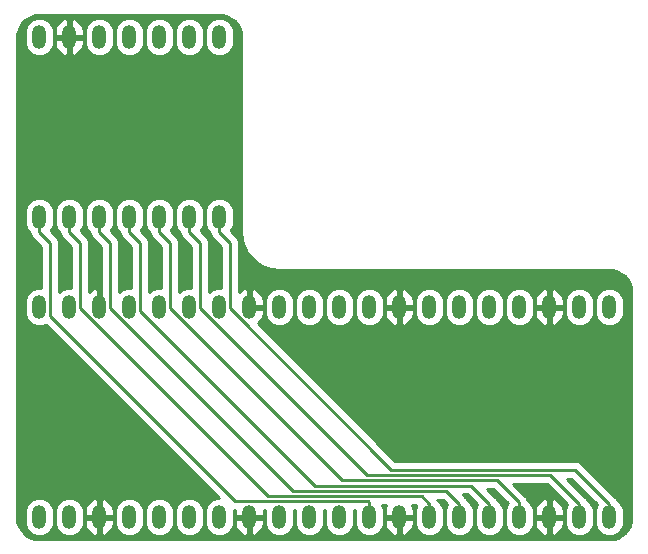
<source format=gbl>
G04 #@! TF.GenerationSoftware,KiCad,Pcbnew,(5.1.9)-1*
G04 #@! TF.CreationDate,2021-10-01T18:24:18-03:00*
G04 #@! TF.ProjectId,XIAO_to_Pico_adapter,5849414f-5f74-46f5-9f50-69636f5f6164,rev?*
G04 #@! TF.SameCoordinates,Original*
G04 #@! TF.FileFunction,Copper,L2,Bot*
G04 #@! TF.FilePolarity,Positive*
%FSLAX46Y46*%
G04 Gerber Fmt 4.6, Leading zero omitted, Abs format (unit mm)*
G04 Created by KiCad (PCBNEW (5.1.9)-1) date 2021-10-01 18:24:18*
%MOMM*%
%LPD*%
G01*
G04 APERTURE LIST*
G04 #@! TA.AperFunction,ComponentPad*
%ADD10O,1.200000X2.000000*%
G04 #@! TD*
G04 #@! TA.AperFunction,Conductor*
%ADD11C,0.250000*%
G04 #@! TD*
G04 #@! TA.AperFunction,Conductor*
%ADD12C,0.254000*%
G04 #@! TD*
G04 #@! TA.AperFunction,Conductor*
%ADD13C,0.100000*%
G04 #@! TD*
G04 APERTURE END LIST*
D10*
X83820000Y-111760000D03*
X83820000Y-127000000D03*
X86360000Y-111760000D03*
X86360000Y-127000000D03*
X88900000Y-111760000D03*
X88900000Y-127000000D03*
X91440000Y-111760000D03*
X91440000Y-127000000D03*
X93980000Y-111760000D03*
X93980000Y-127000000D03*
X96520000Y-111760000D03*
X96520000Y-127000000D03*
X99060000Y-111760000D03*
X99060000Y-127000000D03*
X132080000Y-152400000D03*
X132080000Y-134620000D03*
X129540000Y-152400000D03*
X129540000Y-134620000D03*
X127000000Y-152400000D03*
X127000000Y-134620000D03*
X124460000Y-152400000D03*
X124460000Y-134620000D03*
X121920000Y-152400000D03*
X121920000Y-134620000D03*
X119380000Y-152400000D03*
X119380000Y-134620000D03*
X116840000Y-152400000D03*
X116840000Y-134620000D03*
X114300000Y-152400000D03*
X114300000Y-134620000D03*
X111760000Y-152400000D03*
X111760000Y-134620000D03*
X109220000Y-152400000D03*
X109220000Y-134620000D03*
X106680000Y-152400000D03*
X106680000Y-134620000D03*
X104140000Y-152400000D03*
X104140000Y-134620000D03*
X101600000Y-152400000D03*
X101600000Y-134620000D03*
X99060000Y-152400000D03*
X99060000Y-134620000D03*
X96520000Y-152400000D03*
X96520000Y-134620000D03*
X93980000Y-152400000D03*
X93980000Y-134620000D03*
X91440000Y-152400000D03*
X91440000Y-134620000D03*
X88900000Y-152400000D03*
X88900000Y-134620000D03*
X86360000Y-152400000D03*
X86360000Y-134620000D03*
X83820000Y-152400000D03*
X83820000Y-134620000D03*
D11*
X83820000Y-128270000D02*
X83820000Y-127000000D01*
X84745010Y-129195010D02*
X83820000Y-128270000D01*
X84745010Y-135403151D02*
X84745010Y-129195010D01*
X100416849Y-151074990D02*
X84745010Y-135403151D01*
X111684990Y-151074990D02*
X100416849Y-151074990D01*
X111760000Y-151150000D02*
X111684990Y-151074990D01*
X111760000Y-152400000D02*
X111760000Y-151150000D01*
X86360000Y-128270000D02*
X86360000Y-127000000D01*
X87285010Y-129195010D02*
X86360000Y-128270000D01*
X87285010Y-134713171D02*
X87285010Y-129195010D01*
X103196819Y-150624980D02*
X87285010Y-134713171D01*
X116207980Y-150624980D02*
X103196819Y-150624980D01*
X116840000Y-151257000D02*
X116207980Y-150624980D01*
X116840000Y-152400000D02*
X116840000Y-151257000D01*
X89825010Y-129195010D02*
X88900000Y-128270000D01*
X89825010Y-134713171D02*
X89825010Y-129195010D01*
X105286809Y-150174970D02*
X89825010Y-134713171D01*
X118297970Y-150174970D02*
X105286809Y-150174970D01*
X119380000Y-151257000D02*
X118297970Y-150174970D01*
X88900000Y-128270000D02*
X88900000Y-127000000D01*
X119380000Y-152400000D02*
X119380000Y-151257000D01*
X92365010Y-129195010D02*
X91440000Y-128270000D01*
X107179960Y-149724960D02*
X92365010Y-134910010D01*
X120387960Y-149724960D02*
X107179960Y-149724960D01*
X121920000Y-151257000D02*
X120387960Y-149724960D01*
X91440000Y-128270000D02*
X91440000Y-127000000D01*
X92365010Y-134910010D02*
X92365010Y-129195010D01*
X121920000Y-152400000D02*
X121920000Y-151257000D01*
X124460000Y-151150000D02*
X122584950Y-149274950D01*
X124460000Y-152400000D02*
X124460000Y-151150000D01*
X109466789Y-149274950D02*
X94905010Y-134713171D01*
X122584950Y-149274950D02*
X109466789Y-149274950D01*
X93980000Y-128270000D02*
X94905010Y-129195010D01*
X93980000Y-127000000D02*
X93980000Y-128270000D01*
X94905010Y-134713171D02*
X94905010Y-129195010D01*
X96520000Y-128270000D02*
X96520000Y-127000000D01*
X97445010Y-129195010D02*
X96520000Y-128270000D01*
X97445010Y-134713171D02*
X97445010Y-129195010D01*
X111556779Y-148824940D02*
X97445010Y-134713171D01*
X127107940Y-148824940D02*
X111556779Y-148824940D01*
X129540000Y-151257000D02*
X127107940Y-148824940D01*
X129540000Y-152400000D02*
X129540000Y-151257000D01*
X99985010Y-129195010D02*
X99060000Y-128270000D01*
X99985010Y-134713171D02*
X99985010Y-129195010D01*
X99060000Y-128270000D02*
X99060000Y-127000000D01*
X113646769Y-148374930D02*
X99985010Y-134713171D01*
X132080000Y-151257000D02*
X129197930Y-148374930D01*
X129197930Y-148374930D02*
X113646769Y-148374930D01*
X132080000Y-152400000D02*
X132080000Y-151257000D01*
D12*
X99424545Y-109918909D02*
X99775208Y-110024780D01*
X100098625Y-110196744D01*
X100382484Y-110428254D01*
X100615965Y-110710486D01*
X100790183Y-111032695D01*
X100898502Y-111382614D01*
X100940000Y-111777443D01*
X100940001Y-128302419D01*
X100942888Y-128331737D01*
X100942778Y-128347550D01*
X100943678Y-128356721D01*
X100995495Y-128849727D01*
X101007522Y-128908320D01*
X101018732Y-128967084D01*
X101021395Y-128975906D01*
X101167984Y-129449458D01*
X101191158Y-129504584D01*
X101213573Y-129560066D01*
X101217900Y-129568202D01*
X101453677Y-130004262D01*
X101487110Y-130053829D01*
X101519881Y-130103908D01*
X101525706Y-130111049D01*
X101841690Y-130493009D01*
X101884107Y-130535131D01*
X101925989Y-130577900D01*
X101933090Y-130583773D01*
X102317246Y-130897084D01*
X102367073Y-130930188D01*
X102416428Y-130963983D01*
X102424531Y-130968364D01*
X102424539Y-130968368D01*
X102862230Y-131201092D01*
X102917536Y-131223888D01*
X102972517Y-131247453D01*
X102981320Y-131250178D01*
X103455885Y-131393457D01*
X103514558Y-131405074D01*
X103573075Y-131417513D01*
X103582240Y-131418476D01*
X104075595Y-131466850D01*
X104075598Y-131466850D01*
X104107581Y-131470000D01*
X132047721Y-131470000D01*
X132444545Y-131508909D01*
X132795208Y-131614780D01*
X133118625Y-131786744D01*
X133402484Y-132018254D01*
X133635965Y-132300486D01*
X133810183Y-132622695D01*
X133918502Y-132972614D01*
X133960000Y-133367443D01*
X133960001Y-152367711D01*
X133921091Y-152764545D01*
X133815220Y-153115206D01*
X133643257Y-153438623D01*
X133411748Y-153722482D01*
X133129514Y-153955965D01*
X132807304Y-154130184D01*
X132457385Y-154238502D01*
X132062557Y-154280000D01*
X83852279Y-154280000D01*
X83455455Y-154241091D01*
X83104794Y-154135220D01*
X82781377Y-153963257D01*
X82497518Y-153731748D01*
X82264035Y-153449514D01*
X82089816Y-153127304D01*
X81981498Y-152777385D01*
X81940000Y-152382557D01*
X81940000Y-151939336D01*
X82585000Y-151939336D01*
X82585000Y-152860665D01*
X82602870Y-153042102D01*
X82673489Y-153274901D01*
X82788168Y-153489449D01*
X82942499Y-153677502D01*
X83130552Y-153831833D01*
X83345100Y-153946511D01*
X83577899Y-154017130D01*
X83820000Y-154040975D01*
X84062102Y-154017130D01*
X84294901Y-153946511D01*
X84509449Y-153831833D01*
X84697502Y-153677502D01*
X84851833Y-153489449D01*
X84966511Y-153274901D01*
X85037130Y-153042101D01*
X85055000Y-152860664D01*
X85055000Y-151939336D01*
X85125000Y-151939336D01*
X85125000Y-152860665D01*
X85142870Y-153042102D01*
X85213489Y-153274901D01*
X85328168Y-153489449D01*
X85482499Y-153677502D01*
X85670552Y-153831833D01*
X85885100Y-153946511D01*
X86117899Y-154017130D01*
X86360000Y-154040975D01*
X86602102Y-154017130D01*
X86834901Y-153946511D01*
X87049449Y-153831833D01*
X87237502Y-153677502D01*
X87391833Y-153489449D01*
X87506511Y-153274901D01*
X87577130Y-153042101D01*
X87595000Y-152860664D01*
X87595000Y-152527000D01*
X87665000Y-152527000D01*
X87665000Y-152927000D01*
X87713507Y-153165496D01*
X87807610Y-153389946D01*
X87943693Y-153591725D01*
X88116526Y-153763078D01*
X88319467Y-153897421D01*
X88544718Y-153989591D01*
X88582391Y-153993462D01*
X88773000Y-153868731D01*
X88773000Y-152527000D01*
X89027000Y-152527000D01*
X89027000Y-153868731D01*
X89217609Y-153993462D01*
X89255282Y-153989591D01*
X89480533Y-153897421D01*
X89683474Y-153763078D01*
X89856307Y-153591725D01*
X89992390Y-153389946D01*
X90086493Y-153165496D01*
X90135000Y-152927000D01*
X90135000Y-152527000D01*
X89027000Y-152527000D01*
X88773000Y-152527000D01*
X87665000Y-152527000D01*
X87595000Y-152527000D01*
X87595000Y-151939335D01*
X87588467Y-151873000D01*
X87665000Y-151873000D01*
X87665000Y-152273000D01*
X88773000Y-152273000D01*
X88773000Y-150931269D01*
X89027000Y-150931269D01*
X89027000Y-152273000D01*
X90135000Y-152273000D01*
X90135000Y-151939336D01*
X90205000Y-151939336D01*
X90205000Y-152860665D01*
X90222870Y-153042102D01*
X90293489Y-153274901D01*
X90408168Y-153489449D01*
X90562499Y-153677502D01*
X90750552Y-153831833D01*
X90965100Y-153946511D01*
X91197899Y-154017130D01*
X91440000Y-154040975D01*
X91682102Y-154017130D01*
X91914901Y-153946511D01*
X92129449Y-153831833D01*
X92317502Y-153677502D01*
X92471833Y-153489449D01*
X92586511Y-153274901D01*
X92657130Y-153042101D01*
X92675000Y-152860664D01*
X92675000Y-151939336D01*
X92745000Y-151939336D01*
X92745000Y-152860665D01*
X92762870Y-153042102D01*
X92833489Y-153274901D01*
X92948168Y-153489449D01*
X93102499Y-153677502D01*
X93290552Y-153831833D01*
X93505100Y-153946511D01*
X93737899Y-154017130D01*
X93980000Y-154040975D01*
X94222102Y-154017130D01*
X94454901Y-153946511D01*
X94669449Y-153831833D01*
X94857502Y-153677502D01*
X95011833Y-153489449D01*
X95126511Y-153274901D01*
X95197130Y-153042101D01*
X95215000Y-152860664D01*
X95215000Y-151939336D01*
X95285000Y-151939336D01*
X95285000Y-152860665D01*
X95302870Y-153042102D01*
X95373489Y-153274901D01*
X95488168Y-153489449D01*
X95642499Y-153677502D01*
X95830552Y-153831833D01*
X96045100Y-153946511D01*
X96277899Y-154017130D01*
X96520000Y-154040975D01*
X96762102Y-154017130D01*
X96994901Y-153946511D01*
X97209449Y-153831833D01*
X97397502Y-153677502D01*
X97551833Y-153489449D01*
X97666511Y-153274901D01*
X97737130Y-153042101D01*
X97755000Y-152860664D01*
X97755000Y-151939335D01*
X97737130Y-151757898D01*
X97666511Y-151525099D01*
X97551833Y-151310551D01*
X97397502Y-151122498D01*
X97209448Y-150968167D01*
X96994900Y-150853489D01*
X96762101Y-150782870D01*
X96520000Y-150759025D01*
X96277898Y-150782870D01*
X96045099Y-150853489D01*
X95830551Y-150968167D01*
X95642498Y-151122498D01*
X95488167Y-151310552D01*
X95373489Y-151525100D01*
X95302870Y-151757899D01*
X95285000Y-151939336D01*
X95215000Y-151939336D01*
X95215000Y-151939335D01*
X95197130Y-151757898D01*
X95126511Y-151525099D01*
X95011833Y-151310551D01*
X94857502Y-151122498D01*
X94669448Y-150968167D01*
X94454900Y-150853489D01*
X94222101Y-150782870D01*
X93980000Y-150759025D01*
X93737898Y-150782870D01*
X93505099Y-150853489D01*
X93290551Y-150968167D01*
X93102498Y-151122498D01*
X92948167Y-151310552D01*
X92833489Y-151525100D01*
X92762870Y-151757899D01*
X92745000Y-151939336D01*
X92675000Y-151939336D01*
X92675000Y-151939335D01*
X92657130Y-151757898D01*
X92586511Y-151525099D01*
X92471833Y-151310551D01*
X92317502Y-151122498D01*
X92129448Y-150968167D01*
X91914900Y-150853489D01*
X91682101Y-150782870D01*
X91440000Y-150759025D01*
X91197898Y-150782870D01*
X90965099Y-150853489D01*
X90750551Y-150968167D01*
X90562498Y-151122498D01*
X90408167Y-151310552D01*
X90293489Y-151525100D01*
X90222870Y-151757899D01*
X90205000Y-151939336D01*
X90135000Y-151939336D01*
X90135000Y-151873000D01*
X90086493Y-151634504D01*
X89992390Y-151410054D01*
X89856307Y-151208275D01*
X89683474Y-151036922D01*
X89480533Y-150902579D01*
X89255282Y-150810409D01*
X89217609Y-150806538D01*
X89027000Y-150931269D01*
X88773000Y-150931269D01*
X88582391Y-150806538D01*
X88544718Y-150810409D01*
X88319467Y-150902579D01*
X88116526Y-151036922D01*
X87943693Y-151208275D01*
X87807610Y-151410054D01*
X87713507Y-151634504D01*
X87665000Y-151873000D01*
X87588467Y-151873000D01*
X87577130Y-151757898D01*
X87506511Y-151525099D01*
X87391833Y-151310551D01*
X87237502Y-151122498D01*
X87049448Y-150968167D01*
X86834900Y-150853489D01*
X86602101Y-150782870D01*
X86360000Y-150759025D01*
X86117898Y-150782870D01*
X85885099Y-150853489D01*
X85670551Y-150968167D01*
X85482498Y-151122498D01*
X85328167Y-151310552D01*
X85213489Y-151525100D01*
X85142870Y-151757899D01*
X85125000Y-151939336D01*
X85055000Y-151939336D01*
X85055000Y-151939335D01*
X85037130Y-151757898D01*
X84966511Y-151525099D01*
X84851833Y-151310551D01*
X84697502Y-151122498D01*
X84509448Y-150968167D01*
X84294900Y-150853489D01*
X84062101Y-150782870D01*
X83820000Y-150759025D01*
X83577898Y-150782870D01*
X83345099Y-150853489D01*
X83130551Y-150968167D01*
X82942498Y-151122498D01*
X82788167Y-151310552D01*
X82673489Y-151525100D01*
X82602870Y-151757899D01*
X82585000Y-151939336D01*
X81940000Y-151939336D01*
X81940000Y-126539336D01*
X82585000Y-126539336D01*
X82585000Y-127460665D01*
X82602870Y-127642102D01*
X82673489Y-127874901D01*
X82788168Y-128089449D01*
X82942499Y-128277502D01*
X83067137Y-128379789D01*
X83070997Y-128418985D01*
X83109408Y-128545611D01*
X83114454Y-128562246D01*
X83185026Y-128694276D01*
X83221688Y-128738948D01*
X83279999Y-128810001D01*
X83309002Y-128833803D01*
X83985011Y-129509813D01*
X83985010Y-132995277D01*
X83820000Y-132979025D01*
X83577898Y-133002870D01*
X83345099Y-133073489D01*
X83130551Y-133188167D01*
X82942498Y-133342498D01*
X82788167Y-133530552D01*
X82673489Y-133745100D01*
X82602870Y-133977899D01*
X82585000Y-134159336D01*
X82585000Y-135080665D01*
X82602870Y-135262102D01*
X82673489Y-135494901D01*
X82788168Y-135709449D01*
X82942499Y-135897502D01*
X83130552Y-136051833D01*
X83345100Y-136166511D01*
X83577899Y-136237130D01*
X83820000Y-136260975D01*
X84062102Y-136237130D01*
X84294901Y-136166511D01*
X84385267Y-136118209D01*
X99029123Y-150762066D01*
X98817898Y-150782870D01*
X98585099Y-150853489D01*
X98370551Y-150968167D01*
X98182498Y-151122498D01*
X98028167Y-151310552D01*
X97913489Y-151525100D01*
X97842870Y-151757899D01*
X97825000Y-151939336D01*
X97825000Y-152860665D01*
X97842870Y-153042102D01*
X97913489Y-153274901D01*
X98028168Y-153489449D01*
X98182499Y-153677502D01*
X98370552Y-153831833D01*
X98585100Y-153946511D01*
X98817899Y-154017130D01*
X99060000Y-154040975D01*
X99302102Y-154017130D01*
X99534901Y-153946511D01*
X99749449Y-153831833D01*
X99937502Y-153677502D01*
X100091833Y-153489449D01*
X100206511Y-153274901D01*
X100277130Y-153042101D01*
X100295000Y-152860664D01*
X100295000Y-152527000D01*
X100365000Y-152527000D01*
X100365000Y-152927000D01*
X100413507Y-153165496D01*
X100507610Y-153389946D01*
X100643693Y-153591725D01*
X100816526Y-153763078D01*
X101019467Y-153897421D01*
X101244718Y-153989591D01*
X101282391Y-153993462D01*
X101473000Y-153868731D01*
X101473000Y-152527000D01*
X101727000Y-152527000D01*
X101727000Y-153868731D01*
X101917609Y-153993462D01*
X101955282Y-153989591D01*
X102180533Y-153897421D01*
X102383474Y-153763078D01*
X102556307Y-153591725D01*
X102692390Y-153389946D01*
X102786493Y-153165496D01*
X102835000Y-152927000D01*
X102835000Y-152527000D01*
X101727000Y-152527000D01*
X101473000Y-152527000D01*
X100365000Y-152527000D01*
X100295000Y-152527000D01*
X100295000Y-151939335D01*
X100283794Y-151825562D01*
X100372864Y-151834335D01*
X100365000Y-151873000D01*
X100365000Y-152273000D01*
X101473000Y-152273000D01*
X101473000Y-152253000D01*
X101727000Y-152253000D01*
X101727000Y-152273000D01*
X102835000Y-152273000D01*
X102835000Y-151873000D01*
X102827269Y-151834990D01*
X102915277Y-151834990D01*
X102905000Y-151939336D01*
X102905000Y-152860665D01*
X102922870Y-153042102D01*
X102993489Y-153274901D01*
X103108168Y-153489449D01*
X103262499Y-153677502D01*
X103450552Y-153831833D01*
X103665100Y-153946511D01*
X103897899Y-154017130D01*
X104140000Y-154040975D01*
X104382102Y-154017130D01*
X104614901Y-153946511D01*
X104829449Y-153831833D01*
X105017502Y-153677502D01*
X105171833Y-153489449D01*
X105286511Y-153274901D01*
X105357130Y-153042101D01*
X105375000Y-152860664D01*
X105375000Y-151939335D01*
X105364723Y-151834990D01*
X105455277Y-151834990D01*
X105445000Y-151939336D01*
X105445000Y-152860665D01*
X105462870Y-153042102D01*
X105533489Y-153274901D01*
X105648168Y-153489449D01*
X105802499Y-153677502D01*
X105990552Y-153831833D01*
X106205100Y-153946511D01*
X106437899Y-154017130D01*
X106680000Y-154040975D01*
X106922102Y-154017130D01*
X107154901Y-153946511D01*
X107369449Y-153831833D01*
X107557502Y-153677502D01*
X107711833Y-153489449D01*
X107826511Y-153274901D01*
X107897130Y-153042101D01*
X107915000Y-152860664D01*
X107915000Y-151939335D01*
X107904723Y-151834990D01*
X107995277Y-151834990D01*
X107985000Y-151939336D01*
X107985000Y-152860665D01*
X108002870Y-153042102D01*
X108073489Y-153274901D01*
X108188168Y-153489449D01*
X108342499Y-153677502D01*
X108530552Y-153831833D01*
X108745100Y-153946511D01*
X108977899Y-154017130D01*
X109220000Y-154040975D01*
X109462102Y-154017130D01*
X109694901Y-153946511D01*
X109909449Y-153831833D01*
X110097502Y-153677502D01*
X110251833Y-153489449D01*
X110366511Y-153274901D01*
X110437130Y-153042101D01*
X110455000Y-152860664D01*
X110455000Y-151939335D01*
X110444723Y-151834990D01*
X110535277Y-151834990D01*
X110525000Y-151939336D01*
X110525000Y-152860665D01*
X110542870Y-153042102D01*
X110613489Y-153274901D01*
X110728168Y-153489449D01*
X110882499Y-153677502D01*
X111070552Y-153831833D01*
X111285100Y-153946511D01*
X111517899Y-154017130D01*
X111760000Y-154040975D01*
X112002102Y-154017130D01*
X112234901Y-153946511D01*
X112449449Y-153831833D01*
X112637502Y-153677502D01*
X112791833Y-153489449D01*
X112906511Y-153274901D01*
X112977130Y-153042101D01*
X112995000Y-152860664D01*
X112995000Y-152527000D01*
X113065000Y-152527000D01*
X113065000Y-152927000D01*
X113113507Y-153165496D01*
X113207610Y-153389946D01*
X113343693Y-153591725D01*
X113516526Y-153763078D01*
X113719467Y-153897421D01*
X113944718Y-153989591D01*
X113982391Y-153993462D01*
X114173000Y-153868731D01*
X114173000Y-152527000D01*
X114427000Y-152527000D01*
X114427000Y-153868731D01*
X114617609Y-153993462D01*
X114655282Y-153989591D01*
X114880533Y-153897421D01*
X115083474Y-153763078D01*
X115256307Y-153591725D01*
X115392390Y-153389946D01*
X115486493Y-153165496D01*
X115535000Y-152927000D01*
X115535000Y-152527000D01*
X114427000Y-152527000D01*
X114173000Y-152527000D01*
X113065000Y-152527000D01*
X112995000Y-152527000D01*
X112995000Y-151939335D01*
X112977130Y-151757898D01*
X112906511Y-151525099D01*
X112831616Y-151384980D01*
X113224520Y-151384980D01*
X113207610Y-151410054D01*
X113113507Y-151634504D01*
X113065000Y-151873000D01*
X113065000Y-152273000D01*
X114173000Y-152273000D01*
X114173000Y-152253000D01*
X114427000Y-152253000D01*
X114427000Y-152273000D01*
X115535000Y-152273000D01*
X115535000Y-151873000D01*
X115486493Y-151634504D01*
X115392390Y-151410054D01*
X115375480Y-151384980D01*
X115768385Y-151384980D01*
X115693489Y-151525100D01*
X115622870Y-151757899D01*
X115605000Y-151939336D01*
X115605000Y-152860665D01*
X115622870Y-153042102D01*
X115693489Y-153274901D01*
X115808168Y-153489449D01*
X115962499Y-153677502D01*
X116150552Y-153831833D01*
X116365100Y-153946511D01*
X116597899Y-154017130D01*
X116840000Y-154040975D01*
X117082102Y-154017130D01*
X117314901Y-153946511D01*
X117529449Y-153831833D01*
X117717502Y-153677502D01*
X117871833Y-153489449D01*
X117986511Y-153274901D01*
X118057130Y-153042101D01*
X118075000Y-152860664D01*
X118075000Y-151939335D01*
X118057130Y-151757898D01*
X117986511Y-151525099D01*
X117871833Y-151310551D01*
X117717502Y-151122498D01*
X117552261Y-150986889D01*
X117545546Y-150964753D01*
X117529626Y-150934970D01*
X117983169Y-150934970D01*
X118352938Y-151304739D01*
X118348167Y-151310552D01*
X118233489Y-151525100D01*
X118162870Y-151757899D01*
X118145000Y-151939336D01*
X118145000Y-152860665D01*
X118162870Y-153042102D01*
X118233489Y-153274901D01*
X118348168Y-153489449D01*
X118502499Y-153677502D01*
X118690552Y-153831833D01*
X118905100Y-153946511D01*
X119137899Y-154017130D01*
X119380000Y-154040975D01*
X119622102Y-154017130D01*
X119854901Y-153946511D01*
X120069449Y-153831833D01*
X120257502Y-153677502D01*
X120411833Y-153489449D01*
X120526511Y-153274901D01*
X120597130Y-153042101D01*
X120615000Y-152860664D01*
X120615000Y-151939335D01*
X120597130Y-151757898D01*
X120526511Y-151525099D01*
X120411833Y-151310551D01*
X120257502Y-151122498D01*
X120092261Y-150986889D01*
X120085546Y-150964753D01*
X120014974Y-150832724D01*
X119943799Y-150745997D01*
X119943798Y-150745996D01*
X119920001Y-150716999D01*
X119891003Y-150693201D01*
X119682762Y-150484960D01*
X120073159Y-150484960D01*
X120892937Y-151304739D01*
X120888167Y-151310552D01*
X120773489Y-151525100D01*
X120702870Y-151757899D01*
X120685000Y-151939336D01*
X120685000Y-152860665D01*
X120702870Y-153042102D01*
X120773489Y-153274901D01*
X120888168Y-153489449D01*
X121042499Y-153677502D01*
X121230552Y-153831833D01*
X121445100Y-153946511D01*
X121677899Y-154017130D01*
X121920000Y-154040975D01*
X122162102Y-154017130D01*
X122394901Y-153946511D01*
X122609449Y-153831833D01*
X122797502Y-153677502D01*
X122951833Y-153489449D01*
X123066511Y-153274901D01*
X123137130Y-153042101D01*
X123155000Y-152860664D01*
X123155000Y-151939335D01*
X123137130Y-151757898D01*
X123066511Y-151525099D01*
X122951833Y-151310551D01*
X122797502Y-151122498D01*
X122632261Y-150986889D01*
X122625546Y-150964753D01*
X122554974Y-150832724D01*
X122460001Y-150716999D01*
X122431003Y-150693201D01*
X121772752Y-150034950D01*
X122270149Y-150034950D01*
X123481168Y-151245970D01*
X123428167Y-151310552D01*
X123313489Y-151525100D01*
X123242870Y-151757899D01*
X123225000Y-151939336D01*
X123225000Y-152860665D01*
X123242870Y-153042102D01*
X123313489Y-153274901D01*
X123428168Y-153489449D01*
X123582499Y-153677502D01*
X123770552Y-153831833D01*
X123985100Y-153946511D01*
X124217899Y-154017130D01*
X124460000Y-154040975D01*
X124702102Y-154017130D01*
X124934901Y-153946511D01*
X125149449Y-153831833D01*
X125337502Y-153677502D01*
X125491833Y-153489449D01*
X125606511Y-153274901D01*
X125677130Y-153042101D01*
X125695000Y-152860664D01*
X125695000Y-152527000D01*
X125765000Y-152527000D01*
X125765000Y-152927000D01*
X125813507Y-153165496D01*
X125907610Y-153389946D01*
X126043693Y-153591725D01*
X126216526Y-153763078D01*
X126419467Y-153897421D01*
X126644718Y-153989591D01*
X126682391Y-153993462D01*
X126873000Y-153868731D01*
X126873000Y-152527000D01*
X127127000Y-152527000D01*
X127127000Y-153868731D01*
X127317609Y-153993462D01*
X127355282Y-153989591D01*
X127580533Y-153897421D01*
X127783474Y-153763078D01*
X127956307Y-153591725D01*
X128092390Y-153389946D01*
X128186493Y-153165496D01*
X128235000Y-152927000D01*
X128235000Y-152527000D01*
X127127000Y-152527000D01*
X126873000Y-152527000D01*
X125765000Y-152527000D01*
X125695000Y-152527000D01*
X125695000Y-151939335D01*
X125688467Y-151873000D01*
X125765000Y-151873000D01*
X125765000Y-152273000D01*
X126873000Y-152273000D01*
X126873000Y-150931269D01*
X127127000Y-150931269D01*
X127127000Y-152273000D01*
X128235000Y-152273000D01*
X128235000Y-151873000D01*
X128186493Y-151634504D01*
X128092390Y-151410054D01*
X127956307Y-151208275D01*
X127783474Y-151036922D01*
X127580533Y-150902579D01*
X127355282Y-150810409D01*
X127317609Y-150806538D01*
X127127000Y-150931269D01*
X126873000Y-150931269D01*
X126682391Y-150806538D01*
X126644718Y-150810409D01*
X126419467Y-150902579D01*
X126216526Y-151036922D01*
X126043693Y-151208275D01*
X125907610Y-151410054D01*
X125813507Y-151634504D01*
X125765000Y-151873000D01*
X125688467Y-151873000D01*
X125677130Y-151757898D01*
X125606511Y-151525099D01*
X125491833Y-151310551D01*
X125337502Y-151122498D01*
X125210720Y-151018452D01*
X125209003Y-151001014D01*
X125165546Y-150857753D01*
X125125520Y-150782870D01*
X125094974Y-150725723D01*
X125023799Y-150638997D01*
X125000001Y-150609999D01*
X124971003Y-150586201D01*
X123969741Y-149584940D01*
X126793139Y-149584940D01*
X128512937Y-151304739D01*
X128508167Y-151310552D01*
X128393489Y-151525100D01*
X128322870Y-151757899D01*
X128305000Y-151939336D01*
X128305000Y-152860665D01*
X128322870Y-153042102D01*
X128393489Y-153274901D01*
X128508168Y-153489449D01*
X128662499Y-153677502D01*
X128850552Y-153831833D01*
X129065100Y-153946511D01*
X129297899Y-154017130D01*
X129540000Y-154040975D01*
X129782102Y-154017130D01*
X130014901Y-153946511D01*
X130229449Y-153831833D01*
X130417502Y-153677502D01*
X130571833Y-153489449D01*
X130686511Y-153274901D01*
X130757130Y-153042101D01*
X130775000Y-152860664D01*
X130775000Y-151939335D01*
X130757130Y-151757898D01*
X130686511Y-151525099D01*
X130571833Y-151310551D01*
X130417502Y-151122498D01*
X130252261Y-150986889D01*
X130245546Y-150964753D01*
X130174974Y-150832724D01*
X130080001Y-150716999D01*
X130051003Y-150693201D01*
X128492731Y-149134930D01*
X128883129Y-149134930D01*
X131052937Y-151304740D01*
X131048167Y-151310552D01*
X130933489Y-151525100D01*
X130862870Y-151757899D01*
X130845000Y-151939336D01*
X130845000Y-152860665D01*
X130862870Y-153042102D01*
X130933489Y-153274901D01*
X131048168Y-153489449D01*
X131202499Y-153677502D01*
X131390552Y-153831833D01*
X131605100Y-153946511D01*
X131837899Y-154017130D01*
X132080000Y-154040975D01*
X132322102Y-154017130D01*
X132554901Y-153946511D01*
X132769449Y-153831833D01*
X132957502Y-153677502D01*
X133111833Y-153489449D01*
X133226511Y-153274901D01*
X133297130Y-153042101D01*
X133315000Y-152860664D01*
X133315000Y-151939335D01*
X133297130Y-151757898D01*
X133226511Y-151525099D01*
X133111833Y-151310551D01*
X132957502Y-151122498D01*
X132792261Y-150986889D01*
X132785546Y-150964753D01*
X132714974Y-150832724D01*
X132674060Y-150782870D01*
X132643799Y-150745996D01*
X132643795Y-150745992D01*
X132620001Y-150716999D01*
X132591008Y-150693205D01*
X129761734Y-147863933D01*
X129737931Y-147834929D01*
X129622206Y-147739956D01*
X129490177Y-147669384D01*
X129346916Y-147625927D01*
X129235263Y-147614930D01*
X129235252Y-147614930D01*
X129197930Y-147611254D01*
X129160608Y-147614930D01*
X113961571Y-147614930D01*
X102351130Y-136004489D01*
X102383474Y-135983078D01*
X102556307Y-135811725D01*
X102692390Y-135609946D01*
X102786493Y-135385496D01*
X102835000Y-135147000D01*
X102835000Y-134747000D01*
X101727000Y-134747000D01*
X101727000Y-134767000D01*
X101473000Y-134767000D01*
X101473000Y-134747000D01*
X101453000Y-134747000D01*
X101453000Y-134493000D01*
X101473000Y-134493000D01*
X101473000Y-133151269D01*
X101727000Y-133151269D01*
X101727000Y-134493000D01*
X102835000Y-134493000D01*
X102835000Y-134159336D01*
X102905000Y-134159336D01*
X102905000Y-135080665D01*
X102922870Y-135262102D01*
X102993489Y-135494901D01*
X103108168Y-135709449D01*
X103262499Y-135897502D01*
X103450552Y-136051833D01*
X103665100Y-136166511D01*
X103897899Y-136237130D01*
X104140000Y-136260975D01*
X104382102Y-136237130D01*
X104614901Y-136166511D01*
X104829449Y-136051833D01*
X105017502Y-135897502D01*
X105171833Y-135709449D01*
X105286511Y-135494901D01*
X105357130Y-135262101D01*
X105375000Y-135080664D01*
X105375000Y-134159336D01*
X105445000Y-134159336D01*
X105445000Y-135080665D01*
X105462870Y-135262102D01*
X105533489Y-135494901D01*
X105648168Y-135709449D01*
X105802499Y-135897502D01*
X105990552Y-136051833D01*
X106205100Y-136166511D01*
X106437899Y-136237130D01*
X106680000Y-136260975D01*
X106922102Y-136237130D01*
X107154901Y-136166511D01*
X107369449Y-136051833D01*
X107557502Y-135897502D01*
X107711833Y-135709449D01*
X107826511Y-135494901D01*
X107897130Y-135262101D01*
X107915000Y-135080664D01*
X107915000Y-134159336D01*
X107985000Y-134159336D01*
X107985000Y-135080665D01*
X108002870Y-135262102D01*
X108073489Y-135494901D01*
X108188168Y-135709449D01*
X108342499Y-135897502D01*
X108530552Y-136051833D01*
X108745100Y-136166511D01*
X108977899Y-136237130D01*
X109220000Y-136260975D01*
X109462102Y-136237130D01*
X109694901Y-136166511D01*
X109909449Y-136051833D01*
X110097502Y-135897502D01*
X110251833Y-135709449D01*
X110366511Y-135494901D01*
X110437130Y-135262101D01*
X110455000Y-135080664D01*
X110455000Y-134159336D01*
X110525000Y-134159336D01*
X110525000Y-135080665D01*
X110542870Y-135262102D01*
X110613489Y-135494901D01*
X110728168Y-135709449D01*
X110882499Y-135897502D01*
X111070552Y-136051833D01*
X111285100Y-136166511D01*
X111517899Y-136237130D01*
X111760000Y-136260975D01*
X112002102Y-136237130D01*
X112234901Y-136166511D01*
X112449449Y-136051833D01*
X112637502Y-135897502D01*
X112791833Y-135709449D01*
X112906511Y-135494901D01*
X112977130Y-135262101D01*
X112995000Y-135080664D01*
X112995000Y-134747000D01*
X113065000Y-134747000D01*
X113065000Y-135147000D01*
X113113507Y-135385496D01*
X113207610Y-135609946D01*
X113343693Y-135811725D01*
X113516526Y-135983078D01*
X113719467Y-136117421D01*
X113944718Y-136209591D01*
X113982391Y-136213462D01*
X114173000Y-136088731D01*
X114173000Y-134747000D01*
X114427000Y-134747000D01*
X114427000Y-136088731D01*
X114617609Y-136213462D01*
X114655282Y-136209591D01*
X114880533Y-136117421D01*
X115083474Y-135983078D01*
X115256307Y-135811725D01*
X115392390Y-135609946D01*
X115486493Y-135385496D01*
X115535000Y-135147000D01*
X115535000Y-134747000D01*
X114427000Y-134747000D01*
X114173000Y-134747000D01*
X113065000Y-134747000D01*
X112995000Y-134747000D01*
X112995000Y-134159335D01*
X112988467Y-134093000D01*
X113065000Y-134093000D01*
X113065000Y-134493000D01*
X114173000Y-134493000D01*
X114173000Y-133151269D01*
X114427000Y-133151269D01*
X114427000Y-134493000D01*
X115535000Y-134493000D01*
X115535000Y-134159336D01*
X115605000Y-134159336D01*
X115605000Y-135080665D01*
X115622870Y-135262102D01*
X115693489Y-135494901D01*
X115808168Y-135709449D01*
X115962499Y-135897502D01*
X116150552Y-136051833D01*
X116365100Y-136166511D01*
X116597899Y-136237130D01*
X116840000Y-136260975D01*
X117082102Y-136237130D01*
X117314901Y-136166511D01*
X117529449Y-136051833D01*
X117717502Y-135897502D01*
X117871833Y-135709449D01*
X117986511Y-135494901D01*
X118057130Y-135262101D01*
X118075000Y-135080664D01*
X118075000Y-134159336D01*
X118145000Y-134159336D01*
X118145000Y-135080665D01*
X118162870Y-135262102D01*
X118233489Y-135494901D01*
X118348168Y-135709449D01*
X118502499Y-135897502D01*
X118690552Y-136051833D01*
X118905100Y-136166511D01*
X119137899Y-136237130D01*
X119380000Y-136260975D01*
X119622102Y-136237130D01*
X119854901Y-136166511D01*
X120069449Y-136051833D01*
X120257502Y-135897502D01*
X120411833Y-135709449D01*
X120526511Y-135494901D01*
X120597130Y-135262101D01*
X120615000Y-135080664D01*
X120615000Y-134159336D01*
X120685000Y-134159336D01*
X120685000Y-135080665D01*
X120702870Y-135262102D01*
X120773489Y-135494901D01*
X120888168Y-135709449D01*
X121042499Y-135897502D01*
X121230552Y-136051833D01*
X121445100Y-136166511D01*
X121677899Y-136237130D01*
X121920000Y-136260975D01*
X122162102Y-136237130D01*
X122394901Y-136166511D01*
X122609449Y-136051833D01*
X122797502Y-135897502D01*
X122951833Y-135709449D01*
X123066511Y-135494901D01*
X123137130Y-135262101D01*
X123155000Y-135080664D01*
X123155000Y-134159336D01*
X123225000Y-134159336D01*
X123225000Y-135080665D01*
X123242870Y-135262102D01*
X123313489Y-135494901D01*
X123428168Y-135709449D01*
X123582499Y-135897502D01*
X123770552Y-136051833D01*
X123985100Y-136166511D01*
X124217899Y-136237130D01*
X124460000Y-136260975D01*
X124702102Y-136237130D01*
X124934901Y-136166511D01*
X125149449Y-136051833D01*
X125337502Y-135897502D01*
X125491833Y-135709449D01*
X125606511Y-135494901D01*
X125677130Y-135262101D01*
X125695000Y-135080664D01*
X125695000Y-134747000D01*
X125765000Y-134747000D01*
X125765000Y-135147000D01*
X125813507Y-135385496D01*
X125907610Y-135609946D01*
X126043693Y-135811725D01*
X126216526Y-135983078D01*
X126419467Y-136117421D01*
X126644718Y-136209591D01*
X126682391Y-136213462D01*
X126873000Y-136088731D01*
X126873000Y-134747000D01*
X127127000Y-134747000D01*
X127127000Y-136088731D01*
X127317609Y-136213462D01*
X127355282Y-136209591D01*
X127580533Y-136117421D01*
X127783474Y-135983078D01*
X127956307Y-135811725D01*
X128092390Y-135609946D01*
X128186493Y-135385496D01*
X128235000Y-135147000D01*
X128235000Y-134747000D01*
X127127000Y-134747000D01*
X126873000Y-134747000D01*
X125765000Y-134747000D01*
X125695000Y-134747000D01*
X125695000Y-134159335D01*
X125688467Y-134093000D01*
X125765000Y-134093000D01*
X125765000Y-134493000D01*
X126873000Y-134493000D01*
X126873000Y-133151269D01*
X127127000Y-133151269D01*
X127127000Y-134493000D01*
X128235000Y-134493000D01*
X128235000Y-134159336D01*
X128305000Y-134159336D01*
X128305000Y-135080665D01*
X128322870Y-135262102D01*
X128393489Y-135494901D01*
X128508168Y-135709449D01*
X128662499Y-135897502D01*
X128850552Y-136051833D01*
X129065100Y-136166511D01*
X129297899Y-136237130D01*
X129540000Y-136260975D01*
X129782102Y-136237130D01*
X130014901Y-136166511D01*
X130229449Y-136051833D01*
X130417502Y-135897502D01*
X130571833Y-135709449D01*
X130686511Y-135494901D01*
X130757130Y-135262101D01*
X130775000Y-135080664D01*
X130775000Y-134159336D01*
X130845000Y-134159336D01*
X130845000Y-135080665D01*
X130862870Y-135262102D01*
X130933489Y-135494901D01*
X131048168Y-135709449D01*
X131202499Y-135897502D01*
X131390552Y-136051833D01*
X131605100Y-136166511D01*
X131837899Y-136237130D01*
X132080000Y-136260975D01*
X132322102Y-136237130D01*
X132554901Y-136166511D01*
X132769449Y-136051833D01*
X132957502Y-135897502D01*
X133111833Y-135709449D01*
X133226511Y-135494901D01*
X133297130Y-135262101D01*
X133315000Y-135080664D01*
X133315000Y-134159335D01*
X133297130Y-133977898D01*
X133226511Y-133745099D01*
X133111833Y-133530551D01*
X132957502Y-133342498D01*
X132769448Y-133188167D01*
X132554900Y-133073489D01*
X132322101Y-133002870D01*
X132080000Y-132979025D01*
X131837898Y-133002870D01*
X131605099Y-133073489D01*
X131390551Y-133188167D01*
X131202498Y-133342498D01*
X131048167Y-133530552D01*
X130933489Y-133745100D01*
X130862870Y-133977899D01*
X130845000Y-134159336D01*
X130775000Y-134159336D01*
X130775000Y-134159335D01*
X130757130Y-133977898D01*
X130686511Y-133745099D01*
X130571833Y-133530551D01*
X130417502Y-133342498D01*
X130229448Y-133188167D01*
X130014900Y-133073489D01*
X129782101Y-133002870D01*
X129540000Y-132979025D01*
X129297898Y-133002870D01*
X129065099Y-133073489D01*
X128850551Y-133188167D01*
X128662498Y-133342498D01*
X128508167Y-133530552D01*
X128393489Y-133745100D01*
X128322870Y-133977899D01*
X128305000Y-134159336D01*
X128235000Y-134159336D01*
X128235000Y-134093000D01*
X128186493Y-133854504D01*
X128092390Y-133630054D01*
X127956307Y-133428275D01*
X127783474Y-133256922D01*
X127580533Y-133122579D01*
X127355282Y-133030409D01*
X127317609Y-133026538D01*
X127127000Y-133151269D01*
X126873000Y-133151269D01*
X126682391Y-133026538D01*
X126644718Y-133030409D01*
X126419467Y-133122579D01*
X126216526Y-133256922D01*
X126043693Y-133428275D01*
X125907610Y-133630054D01*
X125813507Y-133854504D01*
X125765000Y-134093000D01*
X125688467Y-134093000D01*
X125677130Y-133977898D01*
X125606511Y-133745099D01*
X125491833Y-133530551D01*
X125337502Y-133342498D01*
X125149448Y-133188167D01*
X124934900Y-133073489D01*
X124702101Y-133002870D01*
X124460000Y-132979025D01*
X124217898Y-133002870D01*
X123985099Y-133073489D01*
X123770551Y-133188167D01*
X123582498Y-133342498D01*
X123428167Y-133530552D01*
X123313489Y-133745100D01*
X123242870Y-133977899D01*
X123225000Y-134159336D01*
X123155000Y-134159336D01*
X123155000Y-134159335D01*
X123137130Y-133977898D01*
X123066511Y-133745099D01*
X122951833Y-133530551D01*
X122797502Y-133342498D01*
X122609448Y-133188167D01*
X122394900Y-133073489D01*
X122162101Y-133002870D01*
X121920000Y-132979025D01*
X121677898Y-133002870D01*
X121445099Y-133073489D01*
X121230551Y-133188167D01*
X121042498Y-133342498D01*
X120888167Y-133530552D01*
X120773489Y-133745100D01*
X120702870Y-133977899D01*
X120685000Y-134159336D01*
X120615000Y-134159336D01*
X120615000Y-134159335D01*
X120597130Y-133977898D01*
X120526511Y-133745099D01*
X120411833Y-133530551D01*
X120257502Y-133342498D01*
X120069448Y-133188167D01*
X119854900Y-133073489D01*
X119622101Y-133002870D01*
X119380000Y-132979025D01*
X119137898Y-133002870D01*
X118905099Y-133073489D01*
X118690551Y-133188167D01*
X118502498Y-133342498D01*
X118348167Y-133530552D01*
X118233489Y-133745100D01*
X118162870Y-133977899D01*
X118145000Y-134159336D01*
X118075000Y-134159336D01*
X118075000Y-134159335D01*
X118057130Y-133977898D01*
X117986511Y-133745099D01*
X117871833Y-133530551D01*
X117717502Y-133342498D01*
X117529448Y-133188167D01*
X117314900Y-133073489D01*
X117082101Y-133002870D01*
X116840000Y-132979025D01*
X116597898Y-133002870D01*
X116365099Y-133073489D01*
X116150551Y-133188167D01*
X115962498Y-133342498D01*
X115808167Y-133530552D01*
X115693489Y-133745100D01*
X115622870Y-133977899D01*
X115605000Y-134159336D01*
X115535000Y-134159336D01*
X115535000Y-134093000D01*
X115486493Y-133854504D01*
X115392390Y-133630054D01*
X115256307Y-133428275D01*
X115083474Y-133256922D01*
X114880533Y-133122579D01*
X114655282Y-133030409D01*
X114617609Y-133026538D01*
X114427000Y-133151269D01*
X114173000Y-133151269D01*
X113982391Y-133026538D01*
X113944718Y-133030409D01*
X113719467Y-133122579D01*
X113516526Y-133256922D01*
X113343693Y-133428275D01*
X113207610Y-133630054D01*
X113113507Y-133854504D01*
X113065000Y-134093000D01*
X112988467Y-134093000D01*
X112977130Y-133977898D01*
X112906511Y-133745099D01*
X112791833Y-133530551D01*
X112637502Y-133342498D01*
X112449448Y-133188167D01*
X112234900Y-133073489D01*
X112002101Y-133002870D01*
X111760000Y-132979025D01*
X111517898Y-133002870D01*
X111285099Y-133073489D01*
X111070551Y-133188167D01*
X110882498Y-133342498D01*
X110728167Y-133530552D01*
X110613489Y-133745100D01*
X110542870Y-133977899D01*
X110525000Y-134159336D01*
X110455000Y-134159336D01*
X110455000Y-134159335D01*
X110437130Y-133977898D01*
X110366511Y-133745099D01*
X110251833Y-133530551D01*
X110097502Y-133342498D01*
X109909448Y-133188167D01*
X109694900Y-133073489D01*
X109462101Y-133002870D01*
X109220000Y-132979025D01*
X108977898Y-133002870D01*
X108745099Y-133073489D01*
X108530551Y-133188167D01*
X108342498Y-133342498D01*
X108188167Y-133530552D01*
X108073489Y-133745100D01*
X108002870Y-133977899D01*
X107985000Y-134159336D01*
X107915000Y-134159336D01*
X107915000Y-134159335D01*
X107897130Y-133977898D01*
X107826511Y-133745099D01*
X107711833Y-133530551D01*
X107557502Y-133342498D01*
X107369448Y-133188167D01*
X107154900Y-133073489D01*
X106922101Y-133002870D01*
X106680000Y-132979025D01*
X106437898Y-133002870D01*
X106205099Y-133073489D01*
X105990551Y-133188167D01*
X105802498Y-133342498D01*
X105648167Y-133530552D01*
X105533489Y-133745100D01*
X105462870Y-133977899D01*
X105445000Y-134159336D01*
X105375000Y-134159336D01*
X105375000Y-134159335D01*
X105357130Y-133977898D01*
X105286511Y-133745099D01*
X105171833Y-133530551D01*
X105017502Y-133342498D01*
X104829448Y-133188167D01*
X104614900Y-133073489D01*
X104382101Y-133002870D01*
X104140000Y-132979025D01*
X103897898Y-133002870D01*
X103665099Y-133073489D01*
X103450551Y-133188167D01*
X103262498Y-133342498D01*
X103108167Y-133530552D01*
X102993489Y-133745100D01*
X102922870Y-133977899D01*
X102905000Y-134159336D01*
X102835000Y-134159336D01*
X102835000Y-134093000D01*
X102786493Y-133854504D01*
X102692390Y-133630054D01*
X102556307Y-133428275D01*
X102383474Y-133256922D01*
X102180533Y-133122579D01*
X101955282Y-133030409D01*
X101917609Y-133026538D01*
X101727000Y-133151269D01*
X101473000Y-133151269D01*
X101282391Y-133026538D01*
X101244718Y-133030409D01*
X101019467Y-133122579D01*
X100816526Y-133256922D01*
X100745010Y-133327826D01*
X100745010Y-129232335D01*
X100748686Y-129195010D01*
X100745010Y-129157685D01*
X100745010Y-129157677D01*
X100734013Y-129046024D01*
X100690556Y-128902763D01*
X100619984Y-128770734D01*
X100525011Y-128655009D01*
X100496013Y-128631211D01*
X100029817Y-128165016D01*
X100091833Y-128089449D01*
X100206511Y-127874901D01*
X100277130Y-127642101D01*
X100295000Y-127460664D01*
X100295000Y-126539335D01*
X100277130Y-126357898D01*
X100206511Y-126125099D01*
X100091833Y-125910551D01*
X99937502Y-125722498D01*
X99749448Y-125568167D01*
X99534900Y-125453489D01*
X99302101Y-125382870D01*
X99060000Y-125359025D01*
X98817898Y-125382870D01*
X98585099Y-125453489D01*
X98370551Y-125568167D01*
X98182498Y-125722498D01*
X98028167Y-125910552D01*
X97913489Y-126125100D01*
X97842870Y-126357899D01*
X97825000Y-126539336D01*
X97825000Y-127460665D01*
X97842870Y-127642102D01*
X97913489Y-127874901D01*
X98028168Y-128089449D01*
X98182499Y-128277502D01*
X98307137Y-128379789D01*
X98310997Y-128418985D01*
X98349408Y-128545611D01*
X98354454Y-128562246D01*
X98425026Y-128694276D01*
X98461688Y-128738948D01*
X98519999Y-128810001D01*
X98549002Y-128833803D01*
X99225011Y-129509813D01*
X99225010Y-132995277D01*
X99060000Y-132979025D01*
X98817898Y-133002870D01*
X98585099Y-133073489D01*
X98370551Y-133188167D01*
X98205010Y-133324023D01*
X98205010Y-129232335D01*
X98208686Y-129195010D01*
X98205010Y-129157685D01*
X98205010Y-129157677D01*
X98194013Y-129046024D01*
X98150556Y-128902763D01*
X98079984Y-128770734D01*
X97985011Y-128655009D01*
X97956013Y-128631211D01*
X97489817Y-128165016D01*
X97551833Y-128089449D01*
X97666511Y-127874901D01*
X97737130Y-127642101D01*
X97755000Y-127460664D01*
X97755000Y-126539335D01*
X97737130Y-126357898D01*
X97666511Y-126125099D01*
X97551833Y-125910551D01*
X97397502Y-125722498D01*
X97209448Y-125568167D01*
X96994900Y-125453489D01*
X96762101Y-125382870D01*
X96520000Y-125359025D01*
X96277898Y-125382870D01*
X96045099Y-125453489D01*
X95830551Y-125568167D01*
X95642498Y-125722498D01*
X95488167Y-125910552D01*
X95373489Y-126125100D01*
X95302870Y-126357899D01*
X95285000Y-126539336D01*
X95285000Y-127460665D01*
X95302870Y-127642102D01*
X95373489Y-127874901D01*
X95488168Y-128089449D01*
X95642499Y-128277502D01*
X95767137Y-128379789D01*
X95770997Y-128418985D01*
X95809408Y-128545611D01*
X95814454Y-128562246D01*
X95885026Y-128694276D01*
X95921688Y-128738948D01*
X95979999Y-128810001D01*
X96009002Y-128833803D01*
X96685011Y-129509813D01*
X96685010Y-132995277D01*
X96520000Y-132979025D01*
X96277898Y-133002870D01*
X96045099Y-133073489D01*
X95830551Y-133188167D01*
X95665010Y-133324023D01*
X95665010Y-129232335D01*
X95668686Y-129195010D01*
X95665010Y-129157685D01*
X95665010Y-129157677D01*
X95654013Y-129046024D01*
X95610556Y-128902763D01*
X95539984Y-128770734D01*
X95445011Y-128655009D01*
X95416013Y-128631211D01*
X94949817Y-128165016D01*
X95011833Y-128089449D01*
X95126511Y-127874901D01*
X95197130Y-127642101D01*
X95215000Y-127460664D01*
X95215000Y-126539335D01*
X95197130Y-126357898D01*
X95126511Y-126125099D01*
X95011833Y-125910551D01*
X94857502Y-125722498D01*
X94669448Y-125568167D01*
X94454900Y-125453489D01*
X94222101Y-125382870D01*
X93980000Y-125359025D01*
X93737898Y-125382870D01*
X93505099Y-125453489D01*
X93290551Y-125568167D01*
X93102498Y-125722498D01*
X92948167Y-125910552D01*
X92833489Y-126125100D01*
X92762870Y-126357899D01*
X92745000Y-126539336D01*
X92745000Y-127460665D01*
X92762870Y-127642102D01*
X92833489Y-127874901D01*
X92948168Y-128089449D01*
X93102499Y-128277502D01*
X93227137Y-128379790D01*
X93230998Y-128418986D01*
X93234895Y-128431833D01*
X93274454Y-128562246D01*
X93345026Y-128694276D01*
X93407774Y-128770734D01*
X93440000Y-128810001D01*
X93468998Y-128833799D01*
X94145011Y-129509813D01*
X94145010Y-132995277D01*
X93980000Y-132979025D01*
X93737898Y-133002870D01*
X93505099Y-133073489D01*
X93290551Y-133188167D01*
X93125010Y-133324023D01*
X93125010Y-129232335D01*
X93128686Y-129195010D01*
X93125010Y-129157685D01*
X93125010Y-129157677D01*
X93114013Y-129046024D01*
X93070556Y-128902763D01*
X92999984Y-128770734D01*
X92905011Y-128655009D01*
X92876013Y-128631211D01*
X92409817Y-128165016D01*
X92471833Y-128089449D01*
X92586511Y-127874901D01*
X92657130Y-127642101D01*
X92675000Y-127460664D01*
X92675000Y-126539335D01*
X92657130Y-126357898D01*
X92586511Y-126125099D01*
X92471833Y-125910551D01*
X92317502Y-125722498D01*
X92129448Y-125568167D01*
X91914900Y-125453489D01*
X91682101Y-125382870D01*
X91440000Y-125359025D01*
X91197898Y-125382870D01*
X90965099Y-125453489D01*
X90750551Y-125568167D01*
X90562498Y-125722498D01*
X90408167Y-125910552D01*
X90293489Y-126125100D01*
X90222870Y-126357899D01*
X90205000Y-126539336D01*
X90205000Y-127460665D01*
X90222870Y-127642102D01*
X90293489Y-127874901D01*
X90408168Y-128089449D01*
X90562499Y-128277502D01*
X90687137Y-128379789D01*
X90690997Y-128418985D01*
X90729408Y-128545611D01*
X90734454Y-128562246D01*
X90805026Y-128694276D01*
X90841688Y-128738948D01*
X90899999Y-128810001D01*
X90929002Y-128833803D01*
X91605011Y-129509813D01*
X91605010Y-132995277D01*
X91440000Y-132979025D01*
X91197898Y-133002870D01*
X90965099Y-133073489D01*
X90750551Y-133188167D01*
X90585010Y-133324023D01*
X90585010Y-129232335D01*
X90588686Y-129195010D01*
X90585010Y-129157685D01*
X90585010Y-129157677D01*
X90574013Y-129046024D01*
X90530556Y-128902763D01*
X90459984Y-128770734D01*
X90365011Y-128655009D01*
X90336013Y-128631211D01*
X89869817Y-128165016D01*
X89931833Y-128089449D01*
X90046511Y-127874901D01*
X90117130Y-127642101D01*
X90135000Y-127460664D01*
X90135000Y-126539335D01*
X90117130Y-126357898D01*
X90046511Y-126125099D01*
X89931833Y-125910551D01*
X89777502Y-125722498D01*
X89589448Y-125568167D01*
X89374900Y-125453489D01*
X89142101Y-125382870D01*
X88900000Y-125359025D01*
X88657898Y-125382870D01*
X88425099Y-125453489D01*
X88210551Y-125568167D01*
X88022498Y-125722498D01*
X87868167Y-125910552D01*
X87753489Y-126125100D01*
X87682870Y-126357899D01*
X87665000Y-126539336D01*
X87665000Y-127460665D01*
X87682870Y-127642102D01*
X87753489Y-127874901D01*
X87868168Y-128089449D01*
X88022499Y-128277502D01*
X88147137Y-128379789D01*
X88150997Y-128418985D01*
X88189408Y-128545611D01*
X88194454Y-128562246D01*
X88265026Y-128694276D01*
X88301688Y-128738948D01*
X88359999Y-128810001D01*
X88389002Y-128833803D01*
X89065011Y-129509813D01*
X89065010Y-133126396D01*
X89027000Y-133151269D01*
X89027000Y-134493000D01*
X89047000Y-134493000D01*
X89047000Y-134747000D01*
X89027000Y-134747000D01*
X89027000Y-134767000D01*
X88773000Y-134767000D01*
X88773000Y-134747000D01*
X88753000Y-134747000D01*
X88753000Y-134493000D01*
X88773000Y-134493000D01*
X88773000Y-133151269D01*
X88582391Y-133026538D01*
X88544718Y-133030409D01*
X88319467Y-133122579D01*
X88116526Y-133256922D01*
X88045010Y-133327826D01*
X88045010Y-129232335D01*
X88048686Y-129195010D01*
X88045010Y-129157685D01*
X88045010Y-129157677D01*
X88034013Y-129046024D01*
X87990556Y-128902763D01*
X87919984Y-128770734D01*
X87825011Y-128655009D01*
X87796013Y-128631211D01*
X87329817Y-128165016D01*
X87391833Y-128089449D01*
X87506511Y-127874901D01*
X87577130Y-127642101D01*
X87595000Y-127460664D01*
X87595000Y-126539335D01*
X87577130Y-126357898D01*
X87506511Y-126125099D01*
X87391833Y-125910551D01*
X87237502Y-125722498D01*
X87049448Y-125568167D01*
X86834900Y-125453489D01*
X86602101Y-125382870D01*
X86360000Y-125359025D01*
X86117898Y-125382870D01*
X85885099Y-125453489D01*
X85670551Y-125568167D01*
X85482498Y-125722498D01*
X85328167Y-125910552D01*
X85213489Y-126125100D01*
X85142870Y-126357899D01*
X85125000Y-126539336D01*
X85125000Y-127460665D01*
X85142870Y-127642102D01*
X85213489Y-127874901D01*
X85328168Y-128089449D01*
X85482499Y-128277502D01*
X85607137Y-128379789D01*
X85610997Y-128418985D01*
X85649408Y-128545611D01*
X85654454Y-128562246D01*
X85725026Y-128694276D01*
X85761688Y-128738948D01*
X85819999Y-128810001D01*
X85849002Y-128833803D01*
X86525011Y-129509813D01*
X86525010Y-132995277D01*
X86360000Y-132979025D01*
X86117898Y-133002870D01*
X85885099Y-133073489D01*
X85670551Y-133188167D01*
X85505010Y-133324023D01*
X85505010Y-129232335D01*
X85508686Y-129195010D01*
X85505010Y-129157685D01*
X85505010Y-129157677D01*
X85494013Y-129046024D01*
X85450556Y-128902763D01*
X85379984Y-128770734D01*
X85285011Y-128655009D01*
X85256013Y-128631211D01*
X84789817Y-128165016D01*
X84851833Y-128089449D01*
X84966511Y-127874901D01*
X85037130Y-127642101D01*
X85055000Y-127460664D01*
X85055000Y-126539335D01*
X85037130Y-126357898D01*
X84966511Y-126125099D01*
X84851833Y-125910551D01*
X84697502Y-125722498D01*
X84509448Y-125568167D01*
X84294900Y-125453489D01*
X84062101Y-125382870D01*
X83820000Y-125359025D01*
X83577898Y-125382870D01*
X83345099Y-125453489D01*
X83130551Y-125568167D01*
X82942498Y-125722498D01*
X82788167Y-125910552D01*
X82673489Y-126125100D01*
X82602870Y-126357899D01*
X82585000Y-126539336D01*
X81940000Y-126539336D01*
X81940000Y-111792279D01*
X81978909Y-111395455D01*
X82007928Y-111299336D01*
X82585000Y-111299336D01*
X82585000Y-112220665D01*
X82602870Y-112402102D01*
X82673489Y-112634901D01*
X82788168Y-112849449D01*
X82942499Y-113037502D01*
X83130552Y-113191833D01*
X83345100Y-113306511D01*
X83577899Y-113377130D01*
X83820000Y-113400975D01*
X84062102Y-113377130D01*
X84294901Y-113306511D01*
X84509449Y-113191833D01*
X84697502Y-113037502D01*
X84851833Y-112849449D01*
X84966511Y-112634901D01*
X85037130Y-112402101D01*
X85055000Y-112220664D01*
X85055000Y-111887000D01*
X85125000Y-111887000D01*
X85125000Y-112287000D01*
X85173507Y-112525496D01*
X85267610Y-112749946D01*
X85403693Y-112951725D01*
X85576526Y-113123078D01*
X85779467Y-113257421D01*
X86004718Y-113349591D01*
X86042391Y-113353462D01*
X86233000Y-113228731D01*
X86233000Y-111887000D01*
X86487000Y-111887000D01*
X86487000Y-113228731D01*
X86677609Y-113353462D01*
X86715282Y-113349591D01*
X86940533Y-113257421D01*
X87143474Y-113123078D01*
X87316307Y-112951725D01*
X87452390Y-112749946D01*
X87546493Y-112525496D01*
X87595000Y-112287000D01*
X87595000Y-111887000D01*
X86487000Y-111887000D01*
X86233000Y-111887000D01*
X85125000Y-111887000D01*
X85055000Y-111887000D01*
X85055000Y-111299335D01*
X85048467Y-111233000D01*
X85125000Y-111233000D01*
X85125000Y-111633000D01*
X86233000Y-111633000D01*
X86233000Y-110291269D01*
X86487000Y-110291269D01*
X86487000Y-111633000D01*
X87595000Y-111633000D01*
X87595000Y-111299336D01*
X87665000Y-111299336D01*
X87665000Y-112220665D01*
X87682870Y-112402102D01*
X87753489Y-112634901D01*
X87868168Y-112849449D01*
X88022499Y-113037502D01*
X88210552Y-113191833D01*
X88425100Y-113306511D01*
X88657899Y-113377130D01*
X88900000Y-113400975D01*
X89142102Y-113377130D01*
X89374901Y-113306511D01*
X89589449Y-113191833D01*
X89777502Y-113037502D01*
X89931833Y-112849449D01*
X90046511Y-112634901D01*
X90117130Y-112402101D01*
X90135000Y-112220664D01*
X90135000Y-111299336D01*
X90205000Y-111299336D01*
X90205000Y-112220665D01*
X90222870Y-112402102D01*
X90293489Y-112634901D01*
X90408168Y-112849449D01*
X90562499Y-113037502D01*
X90750552Y-113191833D01*
X90965100Y-113306511D01*
X91197899Y-113377130D01*
X91440000Y-113400975D01*
X91682102Y-113377130D01*
X91914901Y-113306511D01*
X92129449Y-113191833D01*
X92317502Y-113037502D01*
X92471833Y-112849449D01*
X92586511Y-112634901D01*
X92657130Y-112402101D01*
X92675000Y-112220664D01*
X92675000Y-111299336D01*
X92745000Y-111299336D01*
X92745000Y-112220665D01*
X92762870Y-112402102D01*
X92833489Y-112634901D01*
X92948168Y-112849449D01*
X93102499Y-113037502D01*
X93290552Y-113191833D01*
X93505100Y-113306511D01*
X93737899Y-113377130D01*
X93980000Y-113400975D01*
X94222102Y-113377130D01*
X94454901Y-113306511D01*
X94669449Y-113191833D01*
X94857502Y-113037502D01*
X95011833Y-112849449D01*
X95126511Y-112634901D01*
X95197130Y-112402101D01*
X95215000Y-112220664D01*
X95215000Y-111299336D01*
X95285000Y-111299336D01*
X95285000Y-112220665D01*
X95302870Y-112402102D01*
X95373489Y-112634901D01*
X95488168Y-112849449D01*
X95642499Y-113037502D01*
X95830552Y-113191833D01*
X96045100Y-113306511D01*
X96277899Y-113377130D01*
X96520000Y-113400975D01*
X96762102Y-113377130D01*
X96994901Y-113306511D01*
X97209449Y-113191833D01*
X97397502Y-113037502D01*
X97551833Y-112849449D01*
X97666511Y-112634901D01*
X97737130Y-112402101D01*
X97755000Y-112220664D01*
X97755000Y-111299336D01*
X97825000Y-111299336D01*
X97825000Y-112220665D01*
X97842870Y-112402102D01*
X97913489Y-112634901D01*
X98028168Y-112849449D01*
X98182499Y-113037502D01*
X98370552Y-113191833D01*
X98585100Y-113306511D01*
X98817899Y-113377130D01*
X99060000Y-113400975D01*
X99302102Y-113377130D01*
X99534901Y-113306511D01*
X99749449Y-113191833D01*
X99937502Y-113037502D01*
X100091833Y-112849449D01*
X100206511Y-112634901D01*
X100277130Y-112402101D01*
X100295000Y-112220664D01*
X100295000Y-111299335D01*
X100277130Y-111117898D01*
X100206511Y-110885099D01*
X100091833Y-110670551D01*
X99937502Y-110482498D01*
X99749448Y-110328167D01*
X99534900Y-110213489D01*
X99302101Y-110142870D01*
X99060000Y-110119025D01*
X98817898Y-110142870D01*
X98585099Y-110213489D01*
X98370551Y-110328167D01*
X98182498Y-110482498D01*
X98028167Y-110670552D01*
X97913489Y-110885100D01*
X97842870Y-111117899D01*
X97825000Y-111299336D01*
X97755000Y-111299336D01*
X97755000Y-111299335D01*
X97737130Y-111117898D01*
X97666511Y-110885099D01*
X97551833Y-110670551D01*
X97397502Y-110482498D01*
X97209448Y-110328167D01*
X96994900Y-110213489D01*
X96762101Y-110142870D01*
X96520000Y-110119025D01*
X96277898Y-110142870D01*
X96045099Y-110213489D01*
X95830551Y-110328167D01*
X95642498Y-110482498D01*
X95488167Y-110670552D01*
X95373489Y-110885100D01*
X95302870Y-111117899D01*
X95285000Y-111299336D01*
X95215000Y-111299336D01*
X95215000Y-111299335D01*
X95197130Y-111117898D01*
X95126511Y-110885099D01*
X95011833Y-110670551D01*
X94857502Y-110482498D01*
X94669448Y-110328167D01*
X94454900Y-110213489D01*
X94222101Y-110142870D01*
X93980000Y-110119025D01*
X93737898Y-110142870D01*
X93505099Y-110213489D01*
X93290551Y-110328167D01*
X93102498Y-110482498D01*
X92948167Y-110670552D01*
X92833489Y-110885100D01*
X92762870Y-111117899D01*
X92745000Y-111299336D01*
X92675000Y-111299336D01*
X92675000Y-111299335D01*
X92657130Y-111117898D01*
X92586511Y-110885099D01*
X92471833Y-110670551D01*
X92317502Y-110482498D01*
X92129448Y-110328167D01*
X91914900Y-110213489D01*
X91682101Y-110142870D01*
X91440000Y-110119025D01*
X91197898Y-110142870D01*
X90965099Y-110213489D01*
X90750551Y-110328167D01*
X90562498Y-110482498D01*
X90408167Y-110670552D01*
X90293489Y-110885100D01*
X90222870Y-111117899D01*
X90205000Y-111299336D01*
X90135000Y-111299336D01*
X90135000Y-111299335D01*
X90117130Y-111117898D01*
X90046511Y-110885099D01*
X89931833Y-110670551D01*
X89777502Y-110482498D01*
X89589448Y-110328167D01*
X89374900Y-110213489D01*
X89142101Y-110142870D01*
X88900000Y-110119025D01*
X88657898Y-110142870D01*
X88425099Y-110213489D01*
X88210551Y-110328167D01*
X88022498Y-110482498D01*
X87868167Y-110670552D01*
X87753489Y-110885100D01*
X87682870Y-111117899D01*
X87665000Y-111299336D01*
X87595000Y-111299336D01*
X87595000Y-111233000D01*
X87546493Y-110994504D01*
X87452390Y-110770054D01*
X87316307Y-110568275D01*
X87143474Y-110396922D01*
X86940533Y-110262579D01*
X86715282Y-110170409D01*
X86677609Y-110166538D01*
X86487000Y-110291269D01*
X86233000Y-110291269D01*
X86042391Y-110166538D01*
X86004718Y-110170409D01*
X85779467Y-110262579D01*
X85576526Y-110396922D01*
X85403693Y-110568275D01*
X85267610Y-110770054D01*
X85173507Y-110994504D01*
X85125000Y-111233000D01*
X85048467Y-111233000D01*
X85037130Y-111117898D01*
X84966511Y-110885099D01*
X84851833Y-110670551D01*
X84697502Y-110482498D01*
X84509448Y-110328167D01*
X84294900Y-110213489D01*
X84062101Y-110142870D01*
X83820000Y-110119025D01*
X83577898Y-110142870D01*
X83345099Y-110213489D01*
X83130551Y-110328167D01*
X82942498Y-110482498D01*
X82788167Y-110670552D01*
X82673489Y-110885100D01*
X82602870Y-111117899D01*
X82585000Y-111299336D01*
X82007928Y-111299336D01*
X82084780Y-111044792D01*
X82256744Y-110721375D01*
X82488254Y-110437516D01*
X82770486Y-110204035D01*
X83092695Y-110029817D01*
X83442614Y-109921498D01*
X83837443Y-109880000D01*
X99027721Y-109880000D01*
X99424545Y-109918909D01*
G04 #@! TA.AperFunction,Conductor*
D13*
G36*
X99424545Y-109918909D02*
G01*
X99775208Y-110024780D01*
X100098625Y-110196744D01*
X100382484Y-110428254D01*
X100615965Y-110710486D01*
X100790183Y-111032695D01*
X100898502Y-111382614D01*
X100940000Y-111777443D01*
X100940001Y-128302419D01*
X100942888Y-128331737D01*
X100942778Y-128347550D01*
X100943678Y-128356721D01*
X100995495Y-128849727D01*
X101007522Y-128908320D01*
X101018732Y-128967084D01*
X101021395Y-128975906D01*
X101167984Y-129449458D01*
X101191158Y-129504584D01*
X101213573Y-129560066D01*
X101217900Y-129568202D01*
X101453677Y-130004262D01*
X101487110Y-130053829D01*
X101519881Y-130103908D01*
X101525706Y-130111049D01*
X101841690Y-130493009D01*
X101884107Y-130535131D01*
X101925989Y-130577900D01*
X101933090Y-130583773D01*
X102317246Y-130897084D01*
X102367073Y-130930188D01*
X102416428Y-130963983D01*
X102424531Y-130968364D01*
X102424539Y-130968368D01*
X102862230Y-131201092D01*
X102917536Y-131223888D01*
X102972517Y-131247453D01*
X102981320Y-131250178D01*
X103455885Y-131393457D01*
X103514558Y-131405074D01*
X103573075Y-131417513D01*
X103582240Y-131418476D01*
X104075595Y-131466850D01*
X104075598Y-131466850D01*
X104107581Y-131470000D01*
X132047721Y-131470000D01*
X132444545Y-131508909D01*
X132795208Y-131614780D01*
X133118625Y-131786744D01*
X133402484Y-132018254D01*
X133635965Y-132300486D01*
X133810183Y-132622695D01*
X133918502Y-132972614D01*
X133960000Y-133367443D01*
X133960001Y-152367711D01*
X133921091Y-152764545D01*
X133815220Y-153115206D01*
X133643257Y-153438623D01*
X133411748Y-153722482D01*
X133129514Y-153955965D01*
X132807304Y-154130184D01*
X132457385Y-154238502D01*
X132062557Y-154280000D01*
X83852279Y-154280000D01*
X83455455Y-154241091D01*
X83104794Y-154135220D01*
X82781377Y-153963257D01*
X82497518Y-153731748D01*
X82264035Y-153449514D01*
X82089816Y-153127304D01*
X81981498Y-152777385D01*
X81940000Y-152382557D01*
X81940000Y-151939336D01*
X82585000Y-151939336D01*
X82585000Y-152860665D01*
X82602870Y-153042102D01*
X82673489Y-153274901D01*
X82788168Y-153489449D01*
X82942499Y-153677502D01*
X83130552Y-153831833D01*
X83345100Y-153946511D01*
X83577899Y-154017130D01*
X83820000Y-154040975D01*
X84062102Y-154017130D01*
X84294901Y-153946511D01*
X84509449Y-153831833D01*
X84697502Y-153677502D01*
X84851833Y-153489449D01*
X84966511Y-153274901D01*
X85037130Y-153042101D01*
X85055000Y-152860664D01*
X85055000Y-151939336D01*
X85125000Y-151939336D01*
X85125000Y-152860665D01*
X85142870Y-153042102D01*
X85213489Y-153274901D01*
X85328168Y-153489449D01*
X85482499Y-153677502D01*
X85670552Y-153831833D01*
X85885100Y-153946511D01*
X86117899Y-154017130D01*
X86360000Y-154040975D01*
X86602102Y-154017130D01*
X86834901Y-153946511D01*
X87049449Y-153831833D01*
X87237502Y-153677502D01*
X87391833Y-153489449D01*
X87506511Y-153274901D01*
X87577130Y-153042101D01*
X87595000Y-152860664D01*
X87595000Y-152527000D01*
X87665000Y-152527000D01*
X87665000Y-152927000D01*
X87713507Y-153165496D01*
X87807610Y-153389946D01*
X87943693Y-153591725D01*
X88116526Y-153763078D01*
X88319467Y-153897421D01*
X88544718Y-153989591D01*
X88582391Y-153993462D01*
X88773000Y-153868731D01*
X88773000Y-152527000D01*
X89027000Y-152527000D01*
X89027000Y-153868731D01*
X89217609Y-153993462D01*
X89255282Y-153989591D01*
X89480533Y-153897421D01*
X89683474Y-153763078D01*
X89856307Y-153591725D01*
X89992390Y-153389946D01*
X90086493Y-153165496D01*
X90135000Y-152927000D01*
X90135000Y-152527000D01*
X89027000Y-152527000D01*
X88773000Y-152527000D01*
X87665000Y-152527000D01*
X87595000Y-152527000D01*
X87595000Y-151939335D01*
X87588467Y-151873000D01*
X87665000Y-151873000D01*
X87665000Y-152273000D01*
X88773000Y-152273000D01*
X88773000Y-150931269D01*
X89027000Y-150931269D01*
X89027000Y-152273000D01*
X90135000Y-152273000D01*
X90135000Y-151939336D01*
X90205000Y-151939336D01*
X90205000Y-152860665D01*
X90222870Y-153042102D01*
X90293489Y-153274901D01*
X90408168Y-153489449D01*
X90562499Y-153677502D01*
X90750552Y-153831833D01*
X90965100Y-153946511D01*
X91197899Y-154017130D01*
X91440000Y-154040975D01*
X91682102Y-154017130D01*
X91914901Y-153946511D01*
X92129449Y-153831833D01*
X92317502Y-153677502D01*
X92471833Y-153489449D01*
X92586511Y-153274901D01*
X92657130Y-153042101D01*
X92675000Y-152860664D01*
X92675000Y-151939336D01*
X92745000Y-151939336D01*
X92745000Y-152860665D01*
X92762870Y-153042102D01*
X92833489Y-153274901D01*
X92948168Y-153489449D01*
X93102499Y-153677502D01*
X93290552Y-153831833D01*
X93505100Y-153946511D01*
X93737899Y-154017130D01*
X93980000Y-154040975D01*
X94222102Y-154017130D01*
X94454901Y-153946511D01*
X94669449Y-153831833D01*
X94857502Y-153677502D01*
X95011833Y-153489449D01*
X95126511Y-153274901D01*
X95197130Y-153042101D01*
X95215000Y-152860664D01*
X95215000Y-151939336D01*
X95285000Y-151939336D01*
X95285000Y-152860665D01*
X95302870Y-153042102D01*
X95373489Y-153274901D01*
X95488168Y-153489449D01*
X95642499Y-153677502D01*
X95830552Y-153831833D01*
X96045100Y-153946511D01*
X96277899Y-154017130D01*
X96520000Y-154040975D01*
X96762102Y-154017130D01*
X96994901Y-153946511D01*
X97209449Y-153831833D01*
X97397502Y-153677502D01*
X97551833Y-153489449D01*
X97666511Y-153274901D01*
X97737130Y-153042101D01*
X97755000Y-152860664D01*
X97755000Y-151939335D01*
X97737130Y-151757898D01*
X97666511Y-151525099D01*
X97551833Y-151310551D01*
X97397502Y-151122498D01*
X97209448Y-150968167D01*
X96994900Y-150853489D01*
X96762101Y-150782870D01*
X96520000Y-150759025D01*
X96277898Y-150782870D01*
X96045099Y-150853489D01*
X95830551Y-150968167D01*
X95642498Y-151122498D01*
X95488167Y-151310552D01*
X95373489Y-151525100D01*
X95302870Y-151757899D01*
X95285000Y-151939336D01*
X95215000Y-151939336D01*
X95215000Y-151939335D01*
X95197130Y-151757898D01*
X95126511Y-151525099D01*
X95011833Y-151310551D01*
X94857502Y-151122498D01*
X94669448Y-150968167D01*
X94454900Y-150853489D01*
X94222101Y-150782870D01*
X93980000Y-150759025D01*
X93737898Y-150782870D01*
X93505099Y-150853489D01*
X93290551Y-150968167D01*
X93102498Y-151122498D01*
X92948167Y-151310552D01*
X92833489Y-151525100D01*
X92762870Y-151757899D01*
X92745000Y-151939336D01*
X92675000Y-151939336D01*
X92675000Y-151939335D01*
X92657130Y-151757898D01*
X92586511Y-151525099D01*
X92471833Y-151310551D01*
X92317502Y-151122498D01*
X92129448Y-150968167D01*
X91914900Y-150853489D01*
X91682101Y-150782870D01*
X91440000Y-150759025D01*
X91197898Y-150782870D01*
X90965099Y-150853489D01*
X90750551Y-150968167D01*
X90562498Y-151122498D01*
X90408167Y-151310552D01*
X90293489Y-151525100D01*
X90222870Y-151757899D01*
X90205000Y-151939336D01*
X90135000Y-151939336D01*
X90135000Y-151873000D01*
X90086493Y-151634504D01*
X89992390Y-151410054D01*
X89856307Y-151208275D01*
X89683474Y-151036922D01*
X89480533Y-150902579D01*
X89255282Y-150810409D01*
X89217609Y-150806538D01*
X89027000Y-150931269D01*
X88773000Y-150931269D01*
X88582391Y-150806538D01*
X88544718Y-150810409D01*
X88319467Y-150902579D01*
X88116526Y-151036922D01*
X87943693Y-151208275D01*
X87807610Y-151410054D01*
X87713507Y-151634504D01*
X87665000Y-151873000D01*
X87588467Y-151873000D01*
X87577130Y-151757898D01*
X87506511Y-151525099D01*
X87391833Y-151310551D01*
X87237502Y-151122498D01*
X87049448Y-150968167D01*
X86834900Y-150853489D01*
X86602101Y-150782870D01*
X86360000Y-150759025D01*
X86117898Y-150782870D01*
X85885099Y-150853489D01*
X85670551Y-150968167D01*
X85482498Y-151122498D01*
X85328167Y-151310552D01*
X85213489Y-151525100D01*
X85142870Y-151757899D01*
X85125000Y-151939336D01*
X85055000Y-151939336D01*
X85055000Y-151939335D01*
X85037130Y-151757898D01*
X84966511Y-151525099D01*
X84851833Y-151310551D01*
X84697502Y-151122498D01*
X84509448Y-150968167D01*
X84294900Y-150853489D01*
X84062101Y-150782870D01*
X83820000Y-150759025D01*
X83577898Y-150782870D01*
X83345099Y-150853489D01*
X83130551Y-150968167D01*
X82942498Y-151122498D01*
X82788167Y-151310552D01*
X82673489Y-151525100D01*
X82602870Y-151757899D01*
X82585000Y-151939336D01*
X81940000Y-151939336D01*
X81940000Y-126539336D01*
X82585000Y-126539336D01*
X82585000Y-127460665D01*
X82602870Y-127642102D01*
X82673489Y-127874901D01*
X82788168Y-128089449D01*
X82942499Y-128277502D01*
X83067137Y-128379789D01*
X83070997Y-128418985D01*
X83109408Y-128545611D01*
X83114454Y-128562246D01*
X83185026Y-128694276D01*
X83221688Y-128738948D01*
X83279999Y-128810001D01*
X83309002Y-128833803D01*
X83985011Y-129509813D01*
X83985010Y-132995277D01*
X83820000Y-132979025D01*
X83577898Y-133002870D01*
X83345099Y-133073489D01*
X83130551Y-133188167D01*
X82942498Y-133342498D01*
X82788167Y-133530552D01*
X82673489Y-133745100D01*
X82602870Y-133977899D01*
X82585000Y-134159336D01*
X82585000Y-135080665D01*
X82602870Y-135262102D01*
X82673489Y-135494901D01*
X82788168Y-135709449D01*
X82942499Y-135897502D01*
X83130552Y-136051833D01*
X83345100Y-136166511D01*
X83577899Y-136237130D01*
X83820000Y-136260975D01*
X84062102Y-136237130D01*
X84294901Y-136166511D01*
X84385267Y-136118209D01*
X99029123Y-150762066D01*
X98817898Y-150782870D01*
X98585099Y-150853489D01*
X98370551Y-150968167D01*
X98182498Y-151122498D01*
X98028167Y-151310552D01*
X97913489Y-151525100D01*
X97842870Y-151757899D01*
X97825000Y-151939336D01*
X97825000Y-152860665D01*
X97842870Y-153042102D01*
X97913489Y-153274901D01*
X98028168Y-153489449D01*
X98182499Y-153677502D01*
X98370552Y-153831833D01*
X98585100Y-153946511D01*
X98817899Y-154017130D01*
X99060000Y-154040975D01*
X99302102Y-154017130D01*
X99534901Y-153946511D01*
X99749449Y-153831833D01*
X99937502Y-153677502D01*
X100091833Y-153489449D01*
X100206511Y-153274901D01*
X100277130Y-153042101D01*
X100295000Y-152860664D01*
X100295000Y-152527000D01*
X100365000Y-152527000D01*
X100365000Y-152927000D01*
X100413507Y-153165496D01*
X100507610Y-153389946D01*
X100643693Y-153591725D01*
X100816526Y-153763078D01*
X101019467Y-153897421D01*
X101244718Y-153989591D01*
X101282391Y-153993462D01*
X101473000Y-153868731D01*
X101473000Y-152527000D01*
X101727000Y-152527000D01*
X101727000Y-153868731D01*
X101917609Y-153993462D01*
X101955282Y-153989591D01*
X102180533Y-153897421D01*
X102383474Y-153763078D01*
X102556307Y-153591725D01*
X102692390Y-153389946D01*
X102786493Y-153165496D01*
X102835000Y-152927000D01*
X102835000Y-152527000D01*
X101727000Y-152527000D01*
X101473000Y-152527000D01*
X100365000Y-152527000D01*
X100295000Y-152527000D01*
X100295000Y-151939335D01*
X100283794Y-151825562D01*
X100372864Y-151834335D01*
X100365000Y-151873000D01*
X100365000Y-152273000D01*
X101473000Y-152273000D01*
X101473000Y-152253000D01*
X101727000Y-152253000D01*
X101727000Y-152273000D01*
X102835000Y-152273000D01*
X102835000Y-151873000D01*
X102827269Y-151834990D01*
X102915277Y-151834990D01*
X102905000Y-151939336D01*
X102905000Y-152860665D01*
X102922870Y-153042102D01*
X102993489Y-153274901D01*
X103108168Y-153489449D01*
X103262499Y-153677502D01*
X103450552Y-153831833D01*
X103665100Y-153946511D01*
X103897899Y-154017130D01*
X104140000Y-154040975D01*
X104382102Y-154017130D01*
X104614901Y-153946511D01*
X104829449Y-153831833D01*
X105017502Y-153677502D01*
X105171833Y-153489449D01*
X105286511Y-153274901D01*
X105357130Y-153042101D01*
X105375000Y-152860664D01*
X105375000Y-151939335D01*
X105364723Y-151834990D01*
X105455277Y-151834990D01*
X105445000Y-151939336D01*
X105445000Y-152860665D01*
X105462870Y-153042102D01*
X105533489Y-153274901D01*
X105648168Y-153489449D01*
X105802499Y-153677502D01*
X105990552Y-153831833D01*
X106205100Y-153946511D01*
X106437899Y-154017130D01*
X106680000Y-154040975D01*
X106922102Y-154017130D01*
X107154901Y-153946511D01*
X107369449Y-153831833D01*
X107557502Y-153677502D01*
X107711833Y-153489449D01*
X107826511Y-153274901D01*
X107897130Y-153042101D01*
X107915000Y-152860664D01*
X107915000Y-151939335D01*
X107904723Y-151834990D01*
X107995277Y-151834990D01*
X107985000Y-151939336D01*
X107985000Y-152860665D01*
X108002870Y-153042102D01*
X108073489Y-153274901D01*
X108188168Y-153489449D01*
X108342499Y-153677502D01*
X108530552Y-153831833D01*
X108745100Y-153946511D01*
X108977899Y-154017130D01*
X109220000Y-154040975D01*
X109462102Y-154017130D01*
X109694901Y-153946511D01*
X109909449Y-153831833D01*
X110097502Y-153677502D01*
X110251833Y-153489449D01*
X110366511Y-153274901D01*
X110437130Y-153042101D01*
X110455000Y-152860664D01*
X110455000Y-151939335D01*
X110444723Y-151834990D01*
X110535277Y-151834990D01*
X110525000Y-151939336D01*
X110525000Y-152860665D01*
X110542870Y-153042102D01*
X110613489Y-153274901D01*
X110728168Y-153489449D01*
X110882499Y-153677502D01*
X111070552Y-153831833D01*
X111285100Y-153946511D01*
X111517899Y-154017130D01*
X111760000Y-154040975D01*
X112002102Y-154017130D01*
X112234901Y-153946511D01*
X112449449Y-153831833D01*
X112637502Y-153677502D01*
X112791833Y-153489449D01*
X112906511Y-153274901D01*
X112977130Y-153042101D01*
X112995000Y-152860664D01*
X112995000Y-152527000D01*
X113065000Y-152527000D01*
X113065000Y-152927000D01*
X113113507Y-153165496D01*
X113207610Y-153389946D01*
X113343693Y-153591725D01*
X113516526Y-153763078D01*
X113719467Y-153897421D01*
X113944718Y-153989591D01*
X113982391Y-153993462D01*
X114173000Y-153868731D01*
X114173000Y-152527000D01*
X114427000Y-152527000D01*
X114427000Y-153868731D01*
X114617609Y-153993462D01*
X114655282Y-153989591D01*
X114880533Y-153897421D01*
X115083474Y-153763078D01*
X115256307Y-153591725D01*
X115392390Y-153389946D01*
X115486493Y-153165496D01*
X115535000Y-152927000D01*
X115535000Y-152527000D01*
X114427000Y-152527000D01*
X114173000Y-152527000D01*
X113065000Y-152527000D01*
X112995000Y-152527000D01*
X112995000Y-151939335D01*
X112977130Y-151757898D01*
X112906511Y-151525099D01*
X112831616Y-151384980D01*
X113224520Y-151384980D01*
X113207610Y-151410054D01*
X113113507Y-151634504D01*
X113065000Y-151873000D01*
X113065000Y-152273000D01*
X114173000Y-152273000D01*
X114173000Y-152253000D01*
X114427000Y-152253000D01*
X114427000Y-152273000D01*
X115535000Y-152273000D01*
X115535000Y-151873000D01*
X115486493Y-151634504D01*
X115392390Y-151410054D01*
X115375480Y-151384980D01*
X115768385Y-151384980D01*
X115693489Y-151525100D01*
X115622870Y-151757899D01*
X115605000Y-151939336D01*
X115605000Y-152860665D01*
X115622870Y-153042102D01*
X115693489Y-153274901D01*
X115808168Y-153489449D01*
X115962499Y-153677502D01*
X116150552Y-153831833D01*
X116365100Y-153946511D01*
X116597899Y-154017130D01*
X116840000Y-154040975D01*
X117082102Y-154017130D01*
X117314901Y-153946511D01*
X117529449Y-153831833D01*
X117717502Y-153677502D01*
X117871833Y-153489449D01*
X117986511Y-153274901D01*
X118057130Y-153042101D01*
X118075000Y-152860664D01*
X118075000Y-151939335D01*
X118057130Y-151757898D01*
X117986511Y-151525099D01*
X117871833Y-151310551D01*
X117717502Y-151122498D01*
X117552261Y-150986889D01*
X117545546Y-150964753D01*
X117529626Y-150934970D01*
X117983169Y-150934970D01*
X118352938Y-151304739D01*
X118348167Y-151310552D01*
X118233489Y-151525100D01*
X118162870Y-151757899D01*
X118145000Y-151939336D01*
X118145000Y-152860665D01*
X118162870Y-153042102D01*
X118233489Y-153274901D01*
X118348168Y-153489449D01*
X118502499Y-153677502D01*
X118690552Y-153831833D01*
X118905100Y-153946511D01*
X119137899Y-154017130D01*
X119380000Y-154040975D01*
X119622102Y-154017130D01*
X119854901Y-153946511D01*
X120069449Y-153831833D01*
X120257502Y-153677502D01*
X120411833Y-153489449D01*
X120526511Y-153274901D01*
X120597130Y-153042101D01*
X120615000Y-152860664D01*
X120615000Y-151939335D01*
X120597130Y-151757898D01*
X120526511Y-151525099D01*
X120411833Y-151310551D01*
X120257502Y-151122498D01*
X120092261Y-150986889D01*
X120085546Y-150964753D01*
X120014974Y-150832724D01*
X119943799Y-150745997D01*
X119943798Y-150745996D01*
X119920001Y-150716999D01*
X119891003Y-150693201D01*
X119682762Y-150484960D01*
X120073159Y-150484960D01*
X120892937Y-151304739D01*
X120888167Y-151310552D01*
X120773489Y-151525100D01*
X120702870Y-151757899D01*
X120685000Y-151939336D01*
X120685000Y-152860665D01*
X120702870Y-153042102D01*
X120773489Y-153274901D01*
X120888168Y-153489449D01*
X121042499Y-153677502D01*
X121230552Y-153831833D01*
X121445100Y-153946511D01*
X121677899Y-154017130D01*
X121920000Y-154040975D01*
X122162102Y-154017130D01*
X122394901Y-153946511D01*
X122609449Y-153831833D01*
X122797502Y-153677502D01*
X122951833Y-153489449D01*
X123066511Y-153274901D01*
X123137130Y-153042101D01*
X123155000Y-152860664D01*
X123155000Y-151939335D01*
X123137130Y-151757898D01*
X123066511Y-151525099D01*
X122951833Y-151310551D01*
X122797502Y-151122498D01*
X122632261Y-150986889D01*
X122625546Y-150964753D01*
X122554974Y-150832724D01*
X122460001Y-150716999D01*
X122431003Y-150693201D01*
X121772752Y-150034950D01*
X122270149Y-150034950D01*
X123481168Y-151245970D01*
X123428167Y-151310552D01*
X123313489Y-151525100D01*
X123242870Y-151757899D01*
X123225000Y-151939336D01*
X123225000Y-152860665D01*
X123242870Y-153042102D01*
X123313489Y-153274901D01*
X123428168Y-153489449D01*
X123582499Y-153677502D01*
X123770552Y-153831833D01*
X123985100Y-153946511D01*
X124217899Y-154017130D01*
X124460000Y-154040975D01*
X124702102Y-154017130D01*
X124934901Y-153946511D01*
X125149449Y-153831833D01*
X125337502Y-153677502D01*
X125491833Y-153489449D01*
X125606511Y-153274901D01*
X125677130Y-153042101D01*
X125695000Y-152860664D01*
X125695000Y-152527000D01*
X125765000Y-152527000D01*
X125765000Y-152927000D01*
X125813507Y-153165496D01*
X125907610Y-153389946D01*
X126043693Y-153591725D01*
X126216526Y-153763078D01*
X126419467Y-153897421D01*
X126644718Y-153989591D01*
X126682391Y-153993462D01*
X126873000Y-153868731D01*
X126873000Y-152527000D01*
X127127000Y-152527000D01*
X127127000Y-153868731D01*
X127317609Y-153993462D01*
X127355282Y-153989591D01*
X127580533Y-153897421D01*
X127783474Y-153763078D01*
X127956307Y-153591725D01*
X128092390Y-153389946D01*
X128186493Y-153165496D01*
X128235000Y-152927000D01*
X128235000Y-152527000D01*
X127127000Y-152527000D01*
X126873000Y-152527000D01*
X125765000Y-152527000D01*
X125695000Y-152527000D01*
X125695000Y-151939335D01*
X125688467Y-151873000D01*
X125765000Y-151873000D01*
X125765000Y-152273000D01*
X126873000Y-152273000D01*
X126873000Y-150931269D01*
X127127000Y-150931269D01*
X127127000Y-152273000D01*
X128235000Y-152273000D01*
X128235000Y-151873000D01*
X128186493Y-151634504D01*
X128092390Y-151410054D01*
X127956307Y-151208275D01*
X127783474Y-151036922D01*
X127580533Y-150902579D01*
X127355282Y-150810409D01*
X127317609Y-150806538D01*
X127127000Y-150931269D01*
X126873000Y-150931269D01*
X126682391Y-150806538D01*
X126644718Y-150810409D01*
X126419467Y-150902579D01*
X126216526Y-151036922D01*
X126043693Y-151208275D01*
X125907610Y-151410054D01*
X125813507Y-151634504D01*
X125765000Y-151873000D01*
X125688467Y-151873000D01*
X125677130Y-151757898D01*
X125606511Y-151525099D01*
X125491833Y-151310551D01*
X125337502Y-151122498D01*
X125210720Y-151018452D01*
X125209003Y-151001014D01*
X125165546Y-150857753D01*
X125125520Y-150782870D01*
X125094974Y-150725723D01*
X125023799Y-150638997D01*
X125000001Y-150609999D01*
X124971003Y-150586201D01*
X123969741Y-149584940D01*
X126793139Y-149584940D01*
X128512937Y-151304739D01*
X128508167Y-151310552D01*
X128393489Y-151525100D01*
X128322870Y-151757899D01*
X128305000Y-151939336D01*
X128305000Y-152860665D01*
X128322870Y-153042102D01*
X128393489Y-153274901D01*
X128508168Y-153489449D01*
X128662499Y-153677502D01*
X128850552Y-153831833D01*
X129065100Y-153946511D01*
X129297899Y-154017130D01*
X129540000Y-154040975D01*
X129782102Y-154017130D01*
X130014901Y-153946511D01*
X130229449Y-153831833D01*
X130417502Y-153677502D01*
X130571833Y-153489449D01*
X130686511Y-153274901D01*
X130757130Y-153042101D01*
X130775000Y-152860664D01*
X130775000Y-151939335D01*
X130757130Y-151757898D01*
X130686511Y-151525099D01*
X130571833Y-151310551D01*
X130417502Y-151122498D01*
X130252261Y-150986889D01*
X130245546Y-150964753D01*
X130174974Y-150832724D01*
X130080001Y-150716999D01*
X130051003Y-150693201D01*
X128492731Y-149134930D01*
X128883129Y-149134930D01*
X131052937Y-151304740D01*
X131048167Y-151310552D01*
X130933489Y-151525100D01*
X130862870Y-151757899D01*
X130845000Y-151939336D01*
X130845000Y-152860665D01*
X130862870Y-153042102D01*
X130933489Y-153274901D01*
X131048168Y-153489449D01*
X131202499Y-153677502D01*
X131390552Y-153831833D01*
X131605100Y-153946511D01*
X131837899Y-154017130D01*
X132080000Y-154040975D01*
X132322102Y-154017130D01*
X132554901Y-153946511D01*
X132769449Y-153831833D01*
X132957502Y-153677502D01*
X133111833Y-153489449D01*
X133226511Y-153274901D01*
X133297130Y-153042101D01*
X133315000Y-152860664D01*
X133315000Y-151939335D01*
X133297130Y-151757898D01*
X133226511Y-151525099D01*
X133111833Y-151310551D01*
X132957502Y-151122498D01*
X132792261Y-150986889D01*
X132785546Y-150964753D01*
X132714974Y-150832724D01*
X132674060Y-150782870D01*
X132643799Y-150745996D01*
X132643795Y-150745992D01*
X132620001Y-150716999D01*
X132591008Y-150693205D01*
X129761734Y-147863933D01*
X129737931Y-147834929D01*
X129622206Y-147739956D01*
X129490177Y-147669384D01*
X129346916Y-147625927D01*
X129235263Y-147614930D01*
X129235252Y-147614930D01*
X129197930Y-147611254D01*
X129160608Y-147614930D01*
X113961571Y-147614930D01*
X102351130Y-136004489D01*
X102383474Y-135983078D01*
X102556307Y-135811725D01*
X102692390Y-135609946D01*
X102786493Y-135385496D01*
X102835000Y-135147000D01*
X102835000Y-134747000D01*
X101727000Y-134747000D01*
X101727000Y-134767000D01*
X101473000Y-134767000D01*
X101473000Y-134747000D01*
X101453000Y-134747000D01*
X101453000Y-134493000D01*
X101473000Y-134493000D01*
X101473000Y-133151269D01*
X101727000Y-133151269D01*
X101727000Y-134493000D01*
X102835000Y-134493000D01*
X102835000Y-134159336D01*
X102905000Y-134159336D01*
X102905000Y-135080665D01*
X102922870Y-135262102D01*
X102993489Y-135494901D01*
X103108168Y-135709449D01*
X103262499Y-135897502D01*
X103450552Y-136051833D01*
X103665100Y-136166511D01*
X103897899Y-136237130D01*
X104140000Y-136260975D01*
X104382102Y-136237130D01*
X104614901Y-136166511D01*
X104829449Y-136051833D01*
X105017502Y-135897502D01*
X105171833Y-135709449D01*
X105286511Y-135494901D01*
X105357130Y-135262101D01*
X105375000Y-135080664D01*
X105375000Y-134159336D01*
X105445000Y-134159336D01*
X105445000Y-135080665D01*
X105462870Y-135262102D01*
X105533489Y-135494901D01*
X105648168Y-135709449D01*
X105802499Y-135897502D01*
X105990552Y-136051833D01*
X106205100Y-136166511D01*
X106437899Y-136237130D01*
X106680000Y-136260975D01*
X106922102Y-136237130D01*
X107154901Y-136166511D01*
X107369449Y-136051833D01*
X107557502Y-135897502D01*
X107711833Y-135709449D01*
X107826511Y-135494901D01*
X107897130Y-135262101D01*
X107915000Y-135080664D01*
X107915000Y-134159336D01*
X107985000Y-134159336D01*
X107985000Y-135080665D01*
X108002870Y-135262102D01*
X108073489Y-135494901D01*
X108188168Y-135709449D01*
X108342499Y-135897502D01*
X108530552Y-136051833D01*
X108745100Y-136166511D01*
X108977899Y-136237130D01*
X109220000Y-136260975D01*
X109462102Y-136237130D01*
X109694901Y-136166511D01*
X109909449Y-136051833D01*
X110097502Y-135897502D01*
X110251833Y-135709449D01*
X110366511Y-135494901D01*
X110437130Y-135262101D01*
X110455000Y-135080664D01*
X110455000Y-134159336D01*
X110525000Y-134159336D01*
X110525000Y-135080665D01*
X110542870Y-135262102D01*
X110613489Y-135494901D01*
X110728168Y-135709449D01*
X110882499Y-135897502D01*
X111070552Y-136051833D01*
X111285100Y-136166511D01*
X111517899Y-136237130D01*
X111760000Y-136260975D01*
X112002102Y-136237130D01*
X112234901Y-136166511D01*
X112449449Y-136051833D01*
X112637502Y-135897502D01*
X112791833Y-135709449D01*
X112906511Y-135494901D01*
X112977130Y-135262101D01*
X112995000Y-135080664D01*
X112995000Y-134747000D01*
X113065000Y-134747000D01*
X113065000Y-135147000D01*
X113113507Y-135385496D01*
X113207610Y-135609946D01*
X113343693Y-135811725D01*
X113516526Y-135983078D01*
X113719467Y-136117421D01*
X113944718Y-136209591D01*
X113982391Y-136213462D01*
X114173000Y-136088731D01*
X114173000Y-134747000D01*
X114427000Y-134747000D01*
X114427000Y-136088731D01*
X114617609Y-136213462D01*
X114655282Y-136209591D01*
X114880533Y-136117421D01*
X115083474Y-135983078D01*
X115256307Y-135811725D01*
X115392390Y-135609946D01*
X115486493Y-135385496D01*
X115535000Y-135147000D01*
X115535000Y-134747000D01*
X114427000Y-134747000D01*
X114173000Y-134747000D01*
X113065000Y-134747000D01*
X112995000Y-134747000D01*
X112995000Y-134159335D01*
X112988467Y-134093000D01*
X113065000Y-134093000D01*
X113065000Y-134493000D01*
X114173000Y-134493000D01*
X114173000Y-133151269D01*
X114427000Y-133151269D01*
X114427000Y-134493000D01*
X115535000Y-134493000D01*
X115535000Y-134159336D01*
X115605000Y-134159336D01*
X115605000Y-135080665D01*
X115622870Y-135262102D01*
X115693489Y-135494901D01*
X115808168Y-135709449D01*
X115962499Y-135897502D01*
X116150552Y-136051833D01*
X116365100Y-136166511D01*
X116597899Y-136237130D01*
X116840000Y-136260975D01*
X117082102Y-136237130D01*
X117314901Y-136166511D01*
X117529449Y-136051833D01*
X117717502Y-135897502D01*
X117871833Y-135709449D01*
X117986511Y-135494901D01*
X118057130Y-135262101D01*
X118075000Y-135080664D01*
X118075000Y-134159336D01*
X118145000Y-134159336D01*
X118145000Y-135080665D01*
X118162870Y-135262102D01*
X118233489Y-135494901D01*
X118348168Y-135709449D01*
X118502499Y-135897502D01*
X118690552Y-136051833D01*
X118905100Y-136166511D01*
X119137899Y-136237130D01*
X119380000Y-136260975D01*
X119622102Y-136237130D01*
X119854901Y-136166511D01*
X120069449Y-136051833D01*
X120257502Y-135897502D01*
X120411833Y-135709449D01*
X120526511Y-135494901D01*
X120597130Y-135262101D01*
X120615000Y-135080664D01*
X120615000Y-134159336D01*
X120685000Y-134159336D01*
X120685000Y-135080665D01*
X120702870Y-135262102D01*
X120773489Y-135494901D01*
X120888168Y-135709449D01*
X121042499Y-135897502D01*
X121230552Y-136051833D01*
X121445100Y-136166511D01*
X121677899Y-136237130D01*
X121920000Y-136260975D01*
X122162102Y-136237130D01*
X122394901Y-136166511D01*
X122609449Y-136051833D01*
X122797502Y-135897502D01*
X122951833Y-135709449D01*
X123066511Y-135494901D01*
X123137130Y-135262101D01*
X123155000Y-135080664D01*
X123155000Y-134159336D01*
X123225000Y-134159336D01*
X123225000Y-135080665D01*
X123242870Y-135262102D01*
X123313489Y-135494901D01*
X123428168Y-135709449D01*
X123582499Y-135897502D01*
X123770552Y-136051833D01*
X123985100Y-136166511D01*
X124217899Y-136237130D01*
X124460000Y-136260975D01*
X124702102Y-136237130D01*
X124934901Y-136166511D01*
X125149449Y-136051833D01*
X125337502Y-135897502D01*
X125491833Y-135709449D01*
X125606511Y-135494901D01*
X125677130Y-135262101D01*
X125695000Y-135080664D01*
X125695000Y-134747000D01*
X125765000Y-134747000D01*
X125765000Y-135147000D01*
X125813507Y-135385496D01*
X125907610Y-135609946D01*
X126043693Y-135811725D01*
X126216526Y-135983078D01*
X126419467Y-136117421D01*
X126644718Y-136209591D01*
X126682391Y-136213462D01*
X126873000Y-136088731D01*
X126873000Y-134747000D01*
X127127000Y-134747000D01*
X127127000Y-136088731D01*
X127317609Y-136213462D01*
X127355282Y-136209591D01*
X127580533Y-136117421D01*
X127783474Y-135983078D01*
X127956307Y-135811725D01*
X128092390Y-135609946D01*
X128186493Y-135385496D01*
X128235000Y-135147000D01*
X128235000Y-134747000D01*
X127127000Y-134747000D01*
X126873000Y-134747000D01*
X125765000Y-134747000D01*
X125695000Y-134747000D01*
X125695000Y-134159335D01*
X125688467Y-134093000D01*
X125765000Y-134093000D01*
X125765000Y-134493000D01*
X126873000Y-134493000D01*
X126873000Y-133151269D01*
X127127000Y-133151269D01*
X127127000Y-134493000D01*
X128235000Y-134493000D01*
X128235000Y-134159336D01*
X128305000Y-134159336D01*
X128305000Y-135080665D01*
X128322870Y-135262102D01*
X128393489Y-135494901D01*
X128508168Y-135709449D01*
X128662499Y-135897502D01*
X128850552Y-136051833D01*
X129065100Y-136166511D01*
X129297899Y-136237130D01*
X129540000Y-136260975D01*
X129782102Y-136237130D01*
X130014901Y-136166511D01*
X130229449Y-136051833D01*
X130417502Y-135897502D01*
X130571833Y-135709449D01*
X130686511Y-135494901D01*
X130757130Y-135262101D01*
X130775000Y-135080664D01*
X130775000Y-134159336D01*
X130845000Y-134159336D01*
X130845000Y-135080665D01*
X130862870Y-135262102D01*
X130933489Y-135494901D01*
X131048168Y-135709449D01*
X131202499Y-135897502D01*
X131390552Y-136051833D01*
X131605100Y-136166511D01*
X131837899Y-136237130D01*
X132080000Y-136260975D01*
X132322102Y-136237130D01*
X132554901Y-136166511D01*
X132769449Y-136051833D01*
X132957502Y-135897502D01*
X133111833Y-135709449D01*
X133226511Y-135494901D01*
X133297130Y-135262101D01*
X133315000Y-135080664D01*
X133315000Y-134159335D01*
X133297130Y-133977898D01*
X133226511Y-133745099D01*
X133111833Y-133530551D01*
X132957502Y-133342498D01*
X132769448Y-133188167D01*
X132554900Y-133073489D01*
X132322101Y-133002870D01*
X132080000Y-132979025D01*
X131837898Y-133002870D01*
X131605099Y-133073489D01*
X131390551Y-133188167D01*
X131202498Y-133342498D01*
X131048167Y-133530552D01*
X130933489Y-133745100D01*
X130862870Y-133977899D01*
X130845000Y-134159336D01*
X130775000Y-134159336D01*
X130775000Y-134159335D01*
X130757130Y-133977898D01*
X130686511Y-133745099D01*
X130571833Y-133530551D01*
X130417502Y-133342498D01*
X130229448Y-133188167D01*
X130014900Y-133073489D01*
X129782101Y-133002870D01*
X129540000Y-132979025D01*
X129297898Y-133002870D01*
X129065099Y-133073489D01*
X128850551Y-133188167D01*
X128662498Y-133342498D01*
X128508167Y-133530552D01*
X128393489Y-133745100D01*
X128322870Y-133977899D01*
X128305000Y-134159336D01*
X128235000Y-134159336D01*
X128235000Y-134093000D01*
X128186493Y-133854504D01*
X128092390Y-133630054D01*
X127956307Y-133428275D01*
X127783474Y-133256922D01*
X127580533Y-133122579D01*
X127355282Y-133030409D01*
X127317609Y-133026538D01*
X127127000Y-133151269D01*
X126873000Y-133151269D01*
X126682391Y-133026538D01*
X126644718Y-133030409D01*
X126419467Y-133122579D01*
X126216526Y-133256922D01*
X126043693Y-133428275D01*
X125907610Y-133630054D01*
X125813507Y-133854504D01*
X125765000Y-134093000D01*
X125688467Y-134093000D01*
X125677130Y-133977898D01*
X125606511Y-133745099D01*
X125491833Y-133530551D01*
X125337502Y-133342498D01*
X125149448Y-133188167D01*
X124934900Y-133073489D01*
X124702101Y-133002870D01*
X124460000Y-132979025D01*
X124217898Y-133002870D01*
X123985099Y-133073489D01*
X123770551Y-133188167D01*
X123582498Y-133342498D01*
X123428167Y-133530552D01*
X123313489Y-133745100D01*
X123242870Y-133977899D01*
X123225000Y-134159336D01*
X123155000Y-134159336D01*
X123155000Y-134159335D01*
X123137130Y-133977898D01*
X123066511Y-133745099D01*
X122951833Y-133530551D01*
X122797502Y-133342498D01*
X122609448Y-133188167D01*
X122394900Y-133073489D01*
X122162101Y-133002870D01*
X121920000Y-132979025D01*
X121677898Y-133002870D01*
X121445099Y-133073489D01*
X121230551Y-133188167D01*
X121042498Y-133342498D01*
X120888167Y-133530552D01*
X120773489Y-133745100D01*
X120702870Y-133977899D01*
X120685000Y-134159336D01*
X120615000Y-134159336D01*
X120615000Y-134159335D01*
X120597130Y-133977898D01*
X120526511Y-133745099D01*
X120411833Y-133530551D01*
X120257502Y-133342498D01*
X120069448Y-133188167D01*
X119854900Y-133073489D01*
X119622101Y-133002870D01*
X119380000Y-132979025D01*
X119137898Y-133002870D01*
X118905099Y-133073489D01*
X118690551Y-133188167D01*
X118502498Y-133342498D01*
X118348167Y-133530552D01*
X118233489Y-133745100D01*
X118162870Y-133977899D01*
X118145000Y-134159336D01*
X118075000Y-134159336D01*
X118075000Y-134159335D01*
X118057130Y-133977898D01*
X117986511Y-133745099D01*
X117871833Y-133530551D01*
X117717502Y-133342498D01*
X117529448Y-133188167D01*
X117314900Y-133073489D01*
X117082101Y-133002870D01*
X116840000Y-132979025D01*
X116597898Y-133002870D01*
X116365099Y-133073489D01*
X116150551Y-133188167D01*
X115962498Y-133342498D01*
X115808167Y-133530552D01*
X115693489Y-133745100D01*
X115622870Y-133977899D01*
X115605000Y-134159336D01*
X115535000Y-134159336D01*
X115535000Y-134093000D01*
X115486493Y-133854504D01*
X115392390Y-133630054D01*
X115256307Y-133428275D01*
X115083474Y-133256922D01*
X114880533Y-133122579D01*
X114655282Y-133030409D01*
X114617609Y-133026538D01*
X114427000Y-133151269D01*
X114173000Y-133151269D01*
X113982391Y-133026538D01*
X113944718Y-133030409D01*
X113719467Y-133122579D01*
X113516526Y-133256922D01*
X113343693Y-133428275D01*
X113207610Y-133630054D01*
X113113507Y-133854504D01*
X113065000Y-134093000D01*
X112988467Y-134093000D01*
X112977130Y-133977898D01*
X112906511Y-133745099D01*
X112791833Y-133530551D01*
X112637502Y-133342498D01*
X112449448Y-133188167D01*
X112234900Y-133073489D01*
X112002101Y-133002870D01*
X111760000Y-132979025D01*
X111517898Y-133002870D01*
X111285099Y-133073489D01*
X111070551Y-133188167D01*
X110882498Y-133342498D01*
X110728167Y-133530552D01*
X110613489Y-133745100D01*
X110542870Y-133977899D01*
X110525000Y-134159336D01*
X110455000Y-134159336D01*
X110455000Y-134159335D01*
X110437130Y-133977898D01*
X110366511Y-133745099D01*
X110251833Y-133530551D01*
X110097502Y-133342498D01*
X109909448Y-133188167D01*
X109694900Y-133073489D01*
X109462101Y-133002870D01*
X109220000Y-132979025D01*
X108977898Y-133002870D01*
X108745099Y-133073489D01*
X108530551Y-133188167D01*
X108342498Y-133342498D01*
X108188167Y-133530552D01*
X108073489Y-133745100D01*
X108002870Y-133977899D01*
X107985000Y-134159336D01*
X107915000Y-134159336D01*
X107915000Y-134159335D01*
X107897130Y-133977898D01*
X107826511Y-133745099D01*
X107711833Y-133530551D01*
X107557502Y-133342498D01*
X107369448Y-133188167D01*
X107154900Y-133073489D01*
X106922101Y-133002870D01*
X106680000Y-132979025D01*
X106437898Y-133002870D01*
X106205099Y-133073489D01*
X105990551Y-133188167D01*
X105802498Y-133342498D01*
X105648167Y-133530552D01*
X105533489Y-133745100D01*
X105462870Y-133977899D01*
X105445000Y-134159336D01*
X105375000Y-134159336D01*
X105375000Y-134159335D01*
X105357130Y-133977898D01*
X105286511Y-133745099D01*
X105171833Y-133530551D01*
X105017502Y-133342498D01*
X104829448Y-133188167D01*
X104614900Y-133073489D01*
X104382101Y-133002870D01*
X104140000Y-132979025D01*
X103897898Y-133002870D01*
X103665099Y-133073489D01*
X103450551Y-133188167D01*
X103262498Y-133342498D01*
X103108167Y-133530552D01*
X102993489Y-133745100D01*
X102922870Y-133977899D01*
X102905000Y-134159336D01*
X102835000Y-134159336D01*
X102835000Y-134093000D01*
X102786493Y-133854504D01*
X102692390Y-133630054D01*
X102556307Y-133428275D01*
X102383474Y-133256922D01*
X102180533Y-133122579D01*
X101955282Y-133030409D01*
X101917609Y-133026538D01*
X101727000Y-133151269D01*
X101473000Y-133151269D01*
X101282391Y-133026538D01*
X101244718Y-133030409D01*
X101019467Y-133122579D01*
X100816526Y-133256922D01*
X100745010Y-133327826D01*
X100745010Y-129232335D01*
X100748686Y-129195010D01*
X100745010Y-129157685D01*
X100745010Y-129157677D01*
X100734013Y-129046024D01*
X100690556Y-128902763D01*
X100619984Y-128770734D01*
X100525011Y-128655009D01*
X100496013Y-128631211D01*
X100029817Y-128165016D01*
X100091833Y-128089449D01*
X100206511Y-127874901D01*
X100277130Y-127642101D01*
X100295000Y-127460664D01*
X100295000Y-126539335D01*
X100277130Y-126357898D01*
X100206511Y-126125099D01*
X100091833Y-125910551D01*
X99937502Y-125722498D01*
X99749448Y-125568167D01*
X99534900Y-125453489D01*
X99302101Y-125382870D01*
X99060000Y-125359025D01*
X98817898Y-125382870D01*
X98585099Y-125453489D01*
X98370551Y-125568167D01*
X98182498Y-125722498D01*
X98028167Y-125910552D01*
X97913489Y-126125100D01*
X97842870Y-126357899D01*
X97825000Y-126539336D01*
X97825000Y-127460665D01*
X97842870Y-127642102D01*
X97913489Y-127874901D01*
X98028168Y-128089449D01*
X98182499Y-128277502D01*
X98307137Y-128379789D01*
X98310997Y-128418985D01*
X98349408Y-128545611D01*
X98354454Y-128562246D01*
X98425026Y-128694276D01*
X98461688Y-128738948D01*
X98519999Y-128810001D01*
X98549002Y-128833803D01*
X99225011Y-129509813D01*
X99225010Y-132995277D01*
X99060000Y-132979025D01*
X98817898Y-133002870D01*
X98585099Y-133073489D01*
X98370551Y-133188167D01*
X98205010Y-133324023D01*
X98205010Y-129232335D01*
X98208686Y-129195010D01*
X98205010Y-129157685D01*
X98205010Y-129157677D01*
X98194013Y-129046024D01*
X98150556Y-128902763D01*
X98079984Y-128770734D01*
X97985011Y-128655009D01*
X97956013Y-128631211D01*
X97489817Y-128165016D01*
X97551833Y-128089449D01*
X97666511Y-127874901D01*
X97737130Y-127642101D01*
X97755000Y-127460664D01*
X97755000Y-126539335D01*
X97737130Y-126357898D01*
X97666511Y-126125099D01*
X97551833Y-125910551D01*
X97397502Y-125722498D01*
X97209448Y-125568167D01*
X96994900Y-125453489D01*
X96762101Y-125382870D01*
X96520000Y-125359025D01*
X96277898Y-125382870D01*
X96045099Y-125453489D01*
X95830551Y-125568167D01*
X95642498Y-125722498D01*
X95488167Y-125910552D01*
X95373489Y-126125100D01*
X95302870Y-126357899D01*
X95285000Y-126539336D01*
X95285000Y-127460665D01*
X95302870Y-127642102D01*
X95373489Y-127874901D01*
X95488168Y-128089449D01*
X95642499Y-128277502D01*
X95767137Y-128379789D01*
X95770997Y-128418985D01*
X95809408Y-128545611D01*
X95814454Y-128562246D01*
X95885026Y-128694276D01*
X95921688Y-128738948D01*
X95979999Y-128810001D01*
X96009002Y-128833803D01*
X96685011Y-129509813D01*
X96685010Y-132995277D01*
X96520000Y-132979025D01*
X96277898Y-133002870D01*
X96045099Y-133073489D01*
X95830551Y-133188167D01*
X95665010Y-133324023D01*
X95665010Y-129232335D01*
X95668686Y-129195010D01*
X95665010Y-129157685D01*
X95665010Y-129157677D01*
X95654013Y-129046024D01*
X95610556Y-128902763D01*
X95539984Y-128770734D01*
X95445011Y-128655009D01*
X95416013Y-128631211D01*
X94949817Y-128165016D01*
X95011833Y-128089449D01*
X95126511Y-127874901D01*
X95197130Y-127642101D01*
X95215000Y-127460664D01*
X95215000Y-126539335D01*
X95197130Y-126357898D01*
X95126511Y-126125099D01*
X95011833Y-125910551D01*
X94857502Y-125722498D01*
X94669448Y-125568167D01*
X94454900Y-125453489D01*
X94222101Y-125382870D01*
X93980000Y-125359025D01*
X93737898Y-125382870D01*
X93505099Y-125453489D01*
X93290551Y-125568167D01*
X93102498Y-125722498D01*
X92948167Y-125910552D01*
X92833489Y-126125100D01*
X92762870Y-126357899D01*
X92745000Y-126539336D01*
X92745000Y-127460665D01*
X92762870Y-127642102D01*
X92833489Y-127874901D01*
X92948168Y-128089449D01*
X93102499Y-128277502D01*
X93227137Y-128379790D01*
X93230998Y-128418986D01*
X93234895Y-128431833D01*
X93274454Y-128562246D01*
X93345026Y-128694276D01*
X93407774Y-128770734D01*
X93440000Y-128810001D01*
X93468998Y-128833799D01*
X94145011Y-129509813D01*
X94145010Y-132995277D01*
X93980000Y-132979025D01*
X93737898Y-133002870D01*
X93505099Y-133073489D01*
X93290551Y-133188167D01*
X93125010Y-133324023D01*
X93125010Y-129232335D01*
X93128686Y-129195010D01*
X93125010Y-129157685D01*
X93125010Y-129157677D01*
X93114013Y-129046024D01*
X93070556Y-128902763D01*
X92999984Y-128770734D01*
X92905011Y-128655009D01*
X92876013Y-128631211D01*
X92409817Y-128165016D01*
X92471833Y-128089449D01*
X92586511Y-127874901D01*
X92657130Y-127642101D01*
X92675000Y-127460664D01*
X92675000Y-126539335D01*
X92657130Y-126357898D01*
X92586511Y-126125099D01*
X92471833Y-125910551D01*
X92317502Y-125722498D01*
X92129448Y-125568167D01*
X91914900Y-125453489D01*
X91682101Y-125382870D01*
X91440000Y-125359025D01*
X91197898Y-125382870D01*
X90965099Y-125453489D01*
X90750551Y-125568167D01*
X90562498Y-125722498D01*
X90408167Y-125910552D01*
X90293489Y-126125100D01*
X90222870Y-126357899D01*
X90205000Y-126539336D01*
X90205000Y-127460665D01*
X90222870Y-127642102D01*
X90293489Y-127874901D01*
X90408168Y-128089449D01*
X90562499Y-128277502D01*
X90687137Y-128379789D01*
X90690997Y-128418985D01*
X90729408Y-128545611D01*
X90734454Y-128562246D01*
X90805026Y-128694276D01*
X90841688Y-128738948D01*
X90899999Y-128810001D01*
X90929002Y-128833803D01*
X91605011Y-129509813D01*
X91605010Y-132995277D01*
X91440000Y-132979025D01*
X91197898Y-133002870D01*
X90965099Y-133073489D01*
X90750551Y-133188167D01*
X90585010Y-133324023D01*
X90585010Y-129232335D01*
X90588686Y-129195010D01*
X90585010Y-129157685D01*
X90585010Y-129157677D01*
X90574013Y-129046024D01*
X90530556Y-128902763D01*
X90459984Y-128770734D01*
X90365011Y-128655009D01*
X90336013Y-128631211D01*
X89869817Y-128165016D01*
X89931833Y-128089449D01*
X90046511Y-127874901D01*
X90117130Y-127642101D01*
X90135000Y-127460664D01*
X90135000Y-126539335D01*
X90117130Y-126357898D01*
X90046511Y-126125099D01*
X89931833Y-125910551D01*
X89777502Y-125722498D01*
X89589448Y-125568167D01*
X89374900Y-125453489D01*
X89142101Y-125382870D01*
X88900000Y-125359025D01*
X88657898Y-125382870D01*
X88425099Y-125453489D01*
X88210551Y-125568167D01*
X88022498Y-125722498D01*
X87868167Y-125910552D01*
X87753489Y-126125100D01*
X87682870Y-126357899D01*
X87665000Y-126539336D01*
X87665000Y-127460665D01*
X87682870Y-127642102D01*
X87753489Y-127874901D01*
X87868168Y-128089449D01*
X88022499Y-128277502D01*
X88147137Y-128379789D01*
X88150997Y-128418985D01*
X88189408Y-128545611D01*
X88194454Y-128562246D01*
X88265026Y-128694276D01*
X88301688Y-128738948D01*
X88359999Y-128810001D01*
X88389002Y-128833803D01*
X89065011Y-129509813D01*
X89065010Y-133126396D01*
X89027000Y-133151269D01*
X89027000Y-134493000D01*
X89047000Y-134493000D01*
X89047000Y-134747000D01*
X89027000Y-134747000D01*
X89027000Y-134767000D01*
X88773000Y-134767000D01*
X88773000Y-134747000D01*
X88753000Y-134747000D01*
X88753000Y-134493000D01*
X88773000Y-134493000D01*
X88773000Y-133151269D01*
X88582391Y-133026538D01*
X88544718Y-133030409D01*
X88319467Y-133122579D01*
X88116526Y-133256922D01*
X88045010Y-133327826D01*
X88045010Y-129232335D01*
X88048686Y-129195010D01*
X88045010Y-129157685D01*
X88045010Y-129157677D01*
X88034013Y-129046024D01*
X87990556Y-128902763D01*
X87919984Y-128770734D01*
X87825011Y-128655009D01*
X87796013Y-128631211D01*
X87329817Y-128165016D01*
X87391833Y-128089449D01*
X87506511Y-127874901D01*
X87577130Y-127642101D01*
X87595000Y-127460664D01*
X87595000Y-126539335D01*
X87577130Y-126357898D01*
X87506511Y-126125099D01*
X87391833Y-125910551D01*
X87237502Y-125722498D01*
X87049448Y-125568167D01*
X86834900Y-125453489D01*
X86602101Y-125382870D01*
X86360000Y-125359025D01*
X86117898Y-125382870D01*
X85885099Y-125453489D01*
X85670551Y-125568167D01*
X85482498Y-125722498D01*
X85328167Y-125910552D01*
X85213489Y-126125100D01*
X85142870Y-126357899D01*
X85125000Y-126539336D01*
X85125000Y-127460665D01*
X85142870Y-127642102D01*
X85213489Y-127874901D01*
X85328168Y-128089449D01*
X85482499Y-128277502D01*
X85607137Y-128379789D01*
X85610997Y-128418985D01*
X85649408Y-128545611D01*
X85654454Y-128562246D01*
X85725026Y-128694276D01*
X85761688Y-128738948D01*
X85819999Y-128810001D01*
X85849002Y-128833803D01*
X86525011Y-129509813D01*
X86525010Y-132995277D01*
X86360000Y-132979025D01*
X86117898Y-133002870D01*
X85885099Y-133073489D01*
X85670551Y-133188167D01*
X85505010Y-133324023D01*
X85505010Y-129232335D01*
X85508686Y-129195010D01*
X85505010Y-129157685D01*
X85505010Y-129157677D01*
X85494013Y-129046024D01*
X85450556Y-128902763D01*
X85379984Y-128770734D01*
X85285011Y-128655009D01*
X85256013Y-128631211D01*
X84789817Y-128165016D01*
X84851833Y-128089449D01*
X84966511Y-127874901D01*
X85037130Y-127642101D01*
X85055000Y-127460664D01*
X85055000Y-126539335D01*
X85037130Y-126357898D01*
X84966511Y-126125099D01*
X84851833Y-125910551D01*
X84697502Y-125722498D01*
X84509448Y-125568167D01*
X84294900Y-125453489D01*
X84062101Y-125382870D01*
X83820000Y-125359025D01*
X83577898Y-125382870D01*
X83345099Y-125453489D01*
X83130551Y-125568167D01*
X82942498Y-125722498D01*
X82788167Y-125910552D01*
X82673489Y-126125100D01*
X82602870Y-126357899D01*
X82585000Y-126539336D01*
X81940000Y-126539336D01*
X81940000Y-111792279D01*
X81978909Y-111395455D01*
X82007928Y-111299336D01*
X82585000Y-111299336D01*
X82585000Y-112220665D01*
X82602870Y-112402102D01*
X82673489Y-112634901D01*
X82788168Y-112849449D01*
X82942499Y-113037502D01*
X83130552Y-113191833D01*
X83345100Y-113306511D01*
X83577899Y-113377130D01*
X83820000Y-113400975D01*
X84062102Y-113377130D01*
X84294901Y-113306511D01*
X84509449Y-113191833D01*
X84697502Y-113037502D01*
X84851833Y-112849449D01*
X84966511Y-112634901D01*
X85037130Y-112402101D01*
X85055000Y-112220664D01*
X85055000Y-111887000D01*
X85125000Y-111887000D01*
X85125000Y-112287000D01*
X85173507Y-112525496D01*
X85267610Y-112749946D01*
X85403693Y-112951725D01*
X85576526Y-113123078D01*
X85779467Y-113257421D01*
X86004718Y-113349591D01*
X86042391Y-113353462D01*
X86233000Y-113228731D01*
X86233000Y-111887000D01*
X86487000Y-111887000D01*
X86487000Y-113228731D01*
X86677609Y-113353462D01*
X86715282Y-113349591D01*
X86940533Y-113257421D01*
X87143474Y-113123078D01*
X87316307Y-112951725D01*
X87452390Y-112749946D01*
X87546493Y-112525496D01*
X87595000Y-112287000D01*
X87595000Y-111887000D01*
X86487000Y-111887000D01*
X86233000Y-111887000D01*
X85125000Y-111887000D01*
X85055000Y-111887000D01*
X85055000Y-111299335D01*
X85048467Y-111233000D01*
X85125000Y-111233000D01*
X85125000Y-111633000D01*
X86233000Y-111633000D01*
X86233000Y-110291269D01*
X86487000Y-110291269D01*
X86487000Y-111633000D01*
X87595000Y-111633000D01*
X87595000Y-111299336D01*
X87665000Y-111299336D01*
X87665000Y-112220665D01*
X87682870Y-112402102D01*
X87753489Y-112634901D01*
X87868168Y-112849449D01*
X88022499Y-113037502D01*
X88210552Y-113191833D01*
X88425100Y-113306511D01*
X88657899Y-113377130D01*
X88900000Y-113400975D01*
X89142102Y-113377130D01*
X89374901Y-113306511D01*
X89589449Y-113191833D01*
X89777502Y-113037502D01*
X89931833Y-112849449D01*
X90046511Y-112634901D01*
X90117130Y-112402101D01*
X90135000Y-112220664D01*
X90135000Y-111299336D01*
X90205000Y-111299336D01*
X90205000Y-112220665D01*
X90222870Y-112402102D01*
X90293489Y-112634901D01*
X90408168Y-112849449D01*
X90562499Y-113037502D01*
X90750552Y-113191833D01*
X90965100Y-113306511D01*
X91197899Y-113377130D01*
X91440000Y-113400975D01*
X91682102Y-113377130D01*
X91914901Y-113306511D01*
X92129449Y-113191833D01*
X92317502Y-113037502D01*
X92471833Y-112849449D01*
X92586511Y-112634901D01*
X92657130Y-112402101D01*
X92675000Y-112220664D01*
X92675000Y-111299336D01*
X92745000Y-111299336D01*
X92745000Y-112220665D01*
X92762870Y-112402102D01*
X92833489Y-112634901D01*
X92948168Y-112849449D01*
X93102499Y-113037502D01*
X93290552Y-113191833D01*
X93505100Y-113306511D01*
X93737899Y-113377130D01*
X93980000Y-113400975D01*
X94222102Y-113377130D01*
X94454901Y-113306511D01*
X94669449Y-113191833D01*
X94857502Y-113037502D01*
X95011833Y-112849449D01*
X95126511Y-112634901D01*
X95197130Y-112402101D01*
X95215000Y-112220664D01*
X95215000Y-111299336D01*
X95285000Y-111299336D01*
X95285000Y-112220665D01*
X95302870Y-112402102D01*
X95373489Y-112634901D01*
X95488168Y-112849449D01*
X95642499Y-113037502D01*
X95830552Y-113191833D01*
X96045100Y-113306511D01*
X96277899Y-113377130D01*
X96520000Y-113400975D01*
X96762102Y-113377130D01*
X96994901Y-113306511D01*
X97209449Y-113191833D01*
X97397502Y-113037502D01*
X97551833Y-112849449D01*
X97666511Y-112634901D01*
X97737130Y-112402101D01*
X97755000Y-112220664D01*
X97755000Y-111299336D01*
X97825000Y-111299336D01*
X97825000Y-112220665D01*
X97842870Y-112402102D01*
X97913489Y-112634901D01*
X98028168Y-112849449D01*
X98182499Y-113037502D01*
X98370552Y-113191833D01*
X98585100Y-113306511D01*
X98817899Y-113377130D01*
X99060000Y-113400975D01*
X99302102Y-113377130D01*
X99534901Y-113306511D01*
X99749449Y-113191833D01*
X99937502Y-113037502D01*
X100091833Y-112849449D01*
X100206511Y-112634901D01*
X100277130Y-112402101D01*
X100295000Y-112220664D01*
X100295000Y-111299335D01*
X100277130Y-111117898D01*
X100206511Y-110885099D01*
X100091833Y-110670551D01*
X99937502Y-110482498D01*
X99749448Y-110328167D01*
X99534900Y-110213489D01*
X99302101Y-110142870D01*
X99060000Y-110119025D01*
X98817898Y-110142870D01*
X98585099Y-110213489D01*
X98370551Y-110328167D01*
X98182498Y-110482498D01*
X98028167Y-110670552D01*
X97913489Y-110885100D01*
X97842870Y-111117899D01*
X97825000Y-111299336D01*
X97755000Y-111299336D01*
X97755000Y-111299335D01*
X97737130Y-111117898D01*
X97666511Y-110885099D01*
X97551833Y-110670551D01*
X97397502Y-110482498D01*
X97209448Y-110328167D01*
X96994900Y-110213489D01*
X96762101Y-110142870D01*
X96520000Y-110119025D01*
X96277898Y-110142870D01*
X96045099Y-110213489D01*
X95830551Y-110328167D01*
X95642498Y-110482498D01*
X95488167Y-110670552D01*
X95373489Y-110885100D01*
X95302870Y-111117899D01*
X95285000Y-111299336D01*
X95215000Y-111299336D01*
X95215000Y-111299335D01*
X95197130Y-111117898D01*
X95126511Y-110885099D01*
X95011833Y-110670551D01*
X94857502Y-110482498D01*
X94669448Y-110328167D01*
X94454900Y-110213489D01*
X94222101Y-110142870D01*
X93980000Y-110119025D01*
X93737898Y-110142870D01*
X93505099Y-110213489D01*
X93290551Y-110328167D01*
X93102498Y-110482498D01*
X92948167Y-110670552D01*
X92833489Y-110885100D01*
X92762870Y-111117899D01*
X92745000Y-111299336D01*
X92675000Y-111299336D01*
X92675000Y-111299335D01*
X92657130Y-111117898D01*
X92586511Y-110885099D01*
X92471833Y-110670551D01*
X92317502Y-110482498D01*
X92129448Y-110328167D01*
X91914900Y-110213489D01*
X91682101Y-110142870D01*
X91440000Y-110119025D01*
X91197898Y-110142870D01*
X90965099Y-110213489D01*
X90750551Y-110328167D01*
X90562498Y-110482498D01*
X90408167Y-110670552D01*
X90293489Y-110885100D01*
X90222870Y-111117899D01*
X90205000Y-111299336D01*
X90135000Y-111299336D01*
X90135000Y-111299335D01*
X90117130Y-111117898D01*
X90046511Y-110885099D01*
X89931833Y-110670551D01*
X89777502Y-110482498D01*
X89589448Y-110328167D01*
X89374900Y-110213489D01*
X89142101Y-110142870D01*
X88900000Y-110119025D01*
X88657898Y-110142870D01*
X88425099Y-110213489D01*
X88210551Y-110328167D01*
X88022498Y-110482498D01*
X87868167Y-110670552D01*
X87753489Y-110885100D01*
X87682870Y-111117899D01*
X87665000Y-111299336D01*
X87595000Y-111299336D01*
X87595000Y-111233000D01*
X87546493Y-110994504D01*
X87452390Y-110770054D01*
X87316307Y-110568275D01*
X87143474Y-110396922D01*
X86940533Y-110262579D01*
X86715282Y-110170409D01*
X86677609Y-110166538D01*
X86487000Y-110291269D01*
X86233000Y-110291269D01*
X86042391Y-110166538D01*
X86004718Y-110170409D01*
X85779467Y-110262579D01*
X85576526Y-110396922D01*
X85403693Y-110568275D01*
X85267610Y-110770054D01*
X85173507Y-110994504D01*
X85125000Y-111233000D01*
X85048467Y-111233000D01*
X85037130Y-111117898D01*
X84966511Y-110885099D01*
X84851833Y-110670551D01*
X84697502Y-110482498D01*
X84509448Y-110328167D01*
X84294900Y-110213489D01*
X84062101Y-110142870D01*
X83820000Y-110119025D01*
X83577898Y-110142870D01*
X83345099Y-110213489D01*
X83130551Y-110328167D01*
X82942498Y-110482498D01*
X82788167Y-110670552D01*
X82673489Y-110885100D01*
X82602870Y-111117899D01*
X82585000Y-111299336D01*
X82007928Y-111299336D01*
X82084780Y-111044792D01*
X82256744Y-110721375D01*
X82488254Y-110437516D01*
X82770486Y-110204035D01*
X83092695Y-110029817D01*
X83442614Y-109921498D01*
X83837443Y-109880000D01*
X99027721Y-109880000D01*
X99424545Y-109918909D01*
G37*
G04 #@! TD.AperFunction*
M02*

</source>
